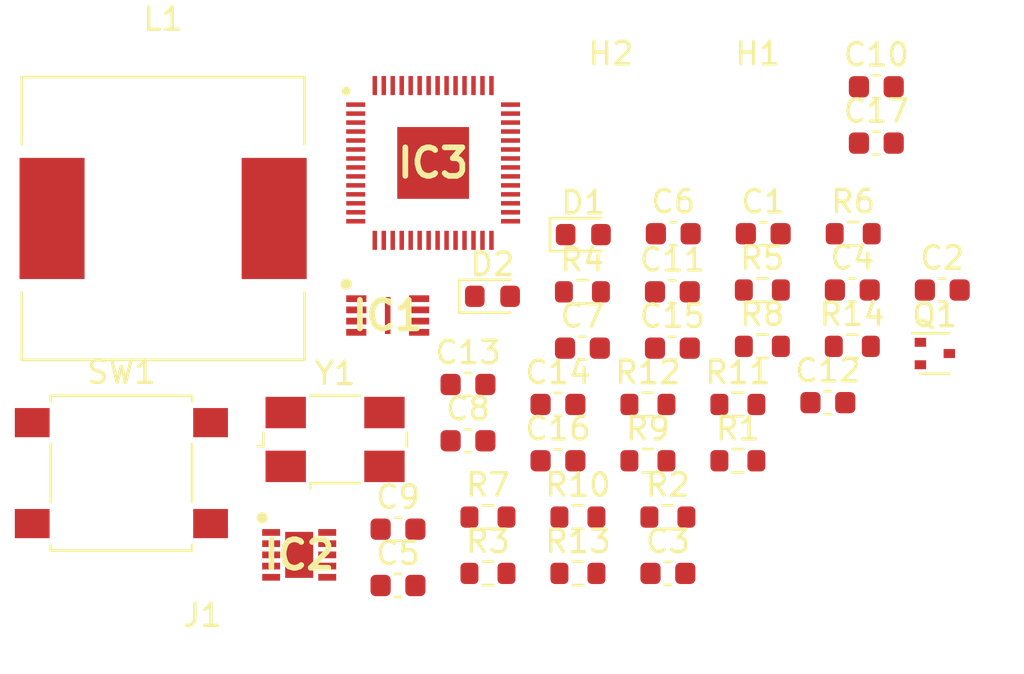
<source format=kicad_pcb>
(kicad_pcb (version 20171130) (host pcbnew "(5.1.10)-1")

  (general
    (thickness 1.6)
    (drawings 0)
    (tracks 0)
    (zones 0)
    (modules 43)
    (nets 61)
  )

  (page A4)
  (layers
    (0 F.Cu signal)
    (31 B.Cu signal)
    (32 B.Adhes user)
    (33 F.Adhes user)
    (34 B.Paste user)
    (35 F.Paste user)
    (36 B.SilkS user)
    (37 F.SilkS user)
    (38 B.Mask user)
    (39 F.Mask user)
    (40 Dwgs.User user)
    (41 Cmts.User user)
    (42 Eco1.User user)
    (43 Eco2.User user)
    (44 Edge.Cuts user)
    (45 Margin user)
    (46 B.CrtYd user)
    (47 F.CrtYd user)
    (48 B.Fab user)
    (49 F.Fab user)
  )

  (setup
    (last_trace_width 0.25)
    (trace_clearance 0.2)
    (zone_clearance 0.508)
    (zone_45_only no)
    (trace_min 0.2)
    (via_size 0.8)
    (via_drill 0.4)
    (via_min_size 0.4)
    (via_min_drill 0.3)
    (uvia_size 0.3)
    (uvia_drill 0.1)
    (uvias_allowed no)
    (uvia_min_size 0.2)
    (uvia_min_drill 0.1)
    (edge_width 0.05)
    (segment_width 0.2)
    (pcb_text_width 0.3)
    (pcb_text_size 1.5 1.5)
    (mod_edge_width 0.12)
    (mod_text_size 1 1)
    (mod_text_width 0.15)
    (pad_size 1.524 1.524)
    (pad_drill 0.762)
    (pad_to_mask_clearance 0)
    (aux_axis_origin 0 0)
    (visible_elements 7FFFFFFF)
    (pcbplotparams
      (layerselection 0x010fc_ffffffff)
      (usegerberextensions false)
      (usegerberattributes true)
      (usegerberadvancedattributes true)
      (creategerberjobfile true)
      (excludeedgelayer true)
      (linewidth 0.100000)
      (plotframeref false)
      (viasonmask false)
      (mode 1)
      (useauxorigin false)
      (hpglpennumber 1)
      (hpglpenspeed 20)
      (hpglpendiameter 15.000000)
      (psnegative false)
      (psa4output false)
      (plotreference true)
      (plotvalue true)
      (plotinvisibletext false)
      (padsonsilk false)
      (subtractmaskfromsilk false)
      (outputformat 1)
      (mirror false)
      (drillshape 1)
      (scaleselection 1)
      (outputdirectory ""))
  )

  (net 0 "")
  (net 1 GND)
  (net 2 "Net-(C1-Pad1)")
  (net 3 VIN)
  (net 4 +3V3)
  (net 5 XIN)
  (net 6 XOUT)
  (net 7 "Net-(C10-Pad2)")
  (net 8 +1V1)
  (net 9 +5V)
  (net 10 "Net-(D2-Pad2)")
  (net 11 "Net-(IC1-Pad9)")
  (net 12 QSPI_SD3)
  (net 13 QSPI_SCLK)
  (net 14 QSPI_SD0)
  (net 15 QSPI_SD2)
  (net 16 QSPI_SD1)
  (net 17 QSPI_SS)
  (net 18 GPIO23)
  (net 19 3V3_EN)
  (net 20 "Net-(IC2-Pad4)")
  (net 21 "Net-(IC2-Pad2)")
  (net 22 QSPI_SCK)
  (net 23 "Net-(IC3-Pad47)")
  (net 24 "Net-(IC3-Pad46)")
  (net 25 GPIO29)
  (net 26 GPIO28)
  (net 27 GPIO27)
  (net 28 GPIO26)
  (net 29 GPIO25)
  (net 30 GPIO24)
  (net 31 GPIO22)
  (net 32 GPIO21)
  (net 33 GPIO20)
  (net 34 GPIO19)
  (net 35 GPIO18)
  (net 36 GPIO17)
  (net 37 GPIO16)
  (net 38 RUN)
  (net 39 SWDIO)
  (net 40 SWCLK)
  (net 41 GPIO15)
  (net 42 GPIO14)
  (net 43 GPIO13)
  (net 44 GPIO12)
  (net 45 GPIO11)
  (net 46 GPIO10)
  (net 47 GPIO9)
  (net 48 GPIO8)
  (net 49 GPIO7)
  (net 50 GPIO6)
  (net 51 GPIO5)
  (net 52 GPIO4)
  (net 53 GPIO3)
  (net 54 GPIO2)
  (net 55 GPIO1)
  (net 56 GPIO0)
  (net 57 "Net-(R8-Pad1)")
  (net 58 USB_D+)
  (net 59 USB_D-)
  (net 60 ADC_VREF)

  (net_class Default "This is the default net class."
    (clearance 0.2)
    (trace_width 0.25)
    (via_dia 0.8)
    (via_drill 0.4)
    (uvia_dia 0.3)
    (uvia_drill 0.1)
    (add_net +1V1)
    (add_net +3V3)
    (add_net +5V)
    (add_net 3V3_EN)
    (add_net ADC_VREF)
    (add_net GND)
    (add_net GPIO0)
    (add_net GPIO1)
    (add_net GPIO10)
    (add_net GPIO11)
    (add_net GPIO12)
    (add_net GPIO13)
    (add_net GPIO14)
    (add_net GPIO15)
    (add_net GPIO16)
    (add_net GPIO17)
    (add_net GPIO18)
    (add_net GPIO19)
    (add_net GPIO2)
    (add_net GPIO20)
    (add_net GPIO21)
    (add_net GPIO22)
    (add_net GPIO23)
    (add_net GPIO24)
    (add_net GPIO25)
    (add_net GPIO26)
    (add_net GPIO27)
    (add_net GPIO28)
    (add_net GPIO29)
    (add_net GPIO3)
    (add_net GPIO4)
    (add_net GPIO5)
    (add_net GPIO6)
    (add_net GPIO7)
    (add_net GPIO8)
    (add_net GPIO9)
    (add_net "Net-(C1-Pad1)")
    (add_net "Net-(C10-Pad2)")
    (add_net "Net-(D2-Pad2)")
    (add_net "Net-(IC1-Pad9)")
    (add_net "Net-(IC2-Pad2)")
    (add_net "Net-(IC2-Pad4)")
    (add_net "Net-(IC3-Pad46)")
    (add_net "Net-(IC3-Pad47)")
    (add_net "Net-(R8-Pad1)")
    (add_net QSPI_SCK)
    (add_net QSPI_SCLK)
    (add_net QSPI_SD0)
    (add_net QSPI_SD1)
    (add_net QSPI_SD2)
    (add_net QSPI_SD3)
    (add_net QSPI_SS)
    (add_net RUN)
    (add_net SWCLK)
    (add_net SWDIO)
    (add_net USB_D+)
    (add_net USB_D-)
    (add_net VIN)
    (add_net XIN)
    (add_net XOUT)
  )

  (module Custom:MySIMM_40 (layer F.Cu) (tedit 618F856E) (tstamp 61921309)
    (at 147 108.5)
    (path /61924C3B)
    (fp_text reference J1 (at -13 3.5) (layer F.SilkS)
      (effects (font (size 1 1) (thickness 0.15)))
    )
    (fp_text value "SIMM-40 Connector" (at 0 -0.5) (layer F.Fab)
      (effects (font (size 1 1) (thickness 0.15)))
    )
    (pad "" smd rect (at 19.5 5.5) (size 0.7 1.3) (layers F.Paste))
    (pad "" smd rect (at 18.5 5.5) (size 0.7 1.3) (layers F.Paste))
    (pad "" smd rect (at 17.5 5.5) (size 0.7 1.3) (layers F.Paste))
    (pad "" smd rect (at 16.5 5.5) (size 0.7 1.3) (layers F.Paste))
    (pad "" smd rect (at 15.5 5.5) (size 0.7 1.3) (layers F.Paste))
    (pad "" smd rect (at 14.5 5.5) (size 0.7 1.3) (layers F.Paste))
    (pad "" smd rect (at 13.5 5.5) (size 0.7 1.3) (layers F.Paste))
    (pad "" smd rect (at 12.5 5.5) (size 0.7 1.3) (layers F.Paste))
    (pad "" smd rect (at 11.5 5.5) (size 0.7 1.3) (layers F.Paste))
    (pad "" smd rect (at 10.5 5.5) (size 0.7 1.3) (layers F.Paste))
    (pad "" smd rect (at 9.5 5.5) (size 0.7 1.3) (layers F.Paste))
    (pad "" smd rect (at 8.5 5.5) (size 0.7 1.3) (layers F.Paste))
    (pad "" smd rect (at 7.5 5.5) (size 0.7 1.3) (layers F.Paste))
    (pad "" smd rect (at 6.5 5.5) (size 0.7 1.3) (layers F.Paste))
    (pad "" smd rect (at 5.5 5.5) (size 0.7 1.3) (layers F.Paste))
    (pad "" smd rect (at 4.5 5.5) (size 0.7 1.3) (layers F.Paste))
    (pad "" smd rect (at 3.5 5.5) (size 0.7 1.3) (layers F.Paste))
    (pad "" smd rect (at 2.5 5.5) (size 0.7 1.3) (layers F.Paste))
    (pad "" smd rect (at 1.5 5.5) (size 0.7 1.3) (layers F.Paste))
    (pad "" smd rect (at 0.5 5.5) (size 0.7 1.3) (layers F.Paste))
    (pad "" smd rect (at -0.5 5.5) (size 0.7 1.3) (layers F.Paste))
    (pad "" smd rect (at -1.5 5.5) (size 0.7 1.3) (layers F.Paste))
    (pad "" smd rect (at -2.5 5.5) (size 0.7 1.3) (layers F.Paste))
    (pad "" smd rect (at -3.5 5.5) (size 0.7 1.3) (layers F.Paste))
    (pad "" smd rect (at -4.5 5.5) (size 0.7 1.3) (layers F.Paste))
    (pad "" smd rect (at -5.5 5.5) (size 0.7 1.3) (layers F.Paste))
    (pad "" smd rect (at -6.5 5.5) (size 0.7 1.3) (layers F.Paste))
    (pad "" smd rect (at -7.5 5.5) (size 0.7 1.3) (layers F.Paste))
    (pad "" smd rect (at -8.5 5.5) (size 0.7 1.3) (layers F.Paste))
    (pad "" smd rect (at -9.5 5.5) (size 0.7 1.3) (layers F.Paste))
    (pad "" smd rect (at -11 5.5) (size 0.7 1.3) (layers F.Paste))
    (pad "" smd rect (at -12 5.5) (size 0.7 1.3) (layers F.Paste))
    (pad "" smd rect (at -13 5.5) (size 0.7 1.3) (layers F.Paste))
    (pad "" smd rect (at -14 5.5) (size 0.7 1.3) (layers F.Paste))
    (pad "" smd rect (at -15 5.5) (size 0.7 1.3) (layers F.Paste))
    (pad "" smd rect (at -16 5.5) (size 0.7 1.3) (layers F.Paste))
    (pad "" smd rect (at -17 5.5) (size 0.7 1.3) (layers F.Paste))
    (pad "" smd rect (at -18 5.5) (size 0.7 1.3) (layers F.Paste))
    (pad "" smd rect (at -19 5.5) (size 0.7 1.3) (layers F.Paste))
    (pad "" smd rect (at -20 5.5) (size 0.7 1.3) (layers F.Paste))
  )

  (module Crystal:Crystal_SMD_0603-4Pin_6.0x3.5mm (layer F.Cu) (tedit 5A0FD1B2) (tstamp 619267BF)
    (at 139.915 104.17)
    (descr "SMD Crystal SERIES SMD0603/4 http://www.petermann-technik.de/fileadmin/petermann/pdf/SMD0603-4.pdf, 6.0x3.5mm^2 package")
    (tags "SMD SMT crystal")
    (path /618F4D9F)
    (attr smd)
    (fp_text reference Y1 (at 0 -2.95) (layer F.SilkS)
      (effects (font (size 1 1) (thickness 0.15)))
    )
    (fp_text value 12MHz (at 0 2.95) (layer F.Fab)
      (effects (font (size 1 1) (thickness 0.15)))
    )
    (fp_circle (center 0 0) (end 0.093333 0) (layer F.Adhes) (width 0.186667))
    (fp_circle (center 0 0) (end 0.213333 0) (layer F.Adhes) (width 0.133333))
    (fp_circle (center 0 0) (end 0.333333 0) (layer F.Adhes) (width 0.133333))
    (fp_circle (center 0 0) (end 0.4 0) (layer F.Adhes) (width 0.1))
    (fp_line (start 3.4 -2.2) (end -3.4 -2.2) (layer F.CrtYd) (width 0.05))
    (fp_line (start 3.4 2.2) (end 3.4 -2.2) (layer F.CrtYd) (width 0.05))
    (fp_line (start -3.4 2.2) (end 3.4 2.2) (layer F.CrtYd) (width 0.05))
    (fp_line (start -3.4 -2.2) (end -3.4 2.2) (layer F.CrtYd) (width 0.05))
    (fp_line (start -1.1 1.95) (end -1.1 2.19) (layer F.SilkS) (width 0.12))
    (fp_line (start 1.1 1.95) (end -1.1 1.95) (layer F.SilkS) (width 0.12))
    (fp_line (start -1.1 -1.95) (end 1.1 -1.95) (layer F.SilkS) (width 0.12))
    (fp_line (start 3.2 -0.3) (end 3.2 0.3) (layer F.SilkS) (width 0.12))
    (fp_line (start -3.2 0.3) (end -3.2 -0.3) (layer F.SilkS) (width 0.12))
    (fp_line (start -3.44 0.3) (end -3.2 0.3) (layer F.SilkS) (width 0.12))
    (fp_line (start -3 0.75) (end -2 1.75) (layer F.Fab) (width 0.1))
    (fp_line (start -3 -1.65) (end -2.9 -1.75) (layer F.Fab) (width 0.1))
    (fp_line (start -3 1.65) (end -3 -1.65) (layer F.Fab) (width 0.1))
    (fp_line (start -2.9 1.75) (end -3 1.65) (layer F.Fab) (width 0.1))
    (fp_line (start 2.9 1.75) (end -2.9 1.75) (layer F.Fab) (width 0.1))
    (fp_line (start 3 1.65) (end 2.9 1.75) (layer F.Fab) (width 0.1))
    (fp_line (start 3 -1.65) (end 3 1.65) (layer F.Fab) (width 0.1))
    (fp_line (start 2.9 -1.75) (end 3 -1.65) (layer F.Fab) (width 0.1))
    (fp_line (start -2.9 -1.75) (end 2.9 -1.75) (layer F.Fab) (width 0.1))
    (fp_text user %R (at 0 0) (layer F.Fab)
      (effects (font (size 1 1) (thickness 0.15)))
    )
    (pad 4 smd rect (at -2.2 -1.2) (size 1.8 1.4) (layers F.Cu F.Paste F.Mask)
      (net 1 GND))
    (pad 3 smd rect (at 2.2 -1.2) (size 1.8 1.4) (layers F.Cu F.Paste F.Mask)
      (net 6 XOUT))
    (pad 2 smd rect (at 2.2 1.2) (size 1.8 1.4) (layers F.Cu F.Paste F.Mask)
      (net 1 GND))
    (pad 1 smd rect (at -2.2 1.2) (size 1.8 1.4) (layers F.Cu F.Paste F.Mask)
      (net 5 XIN))
    (model ${KISYS3DMOD}/Crystal.3dshapes/Crystal_SMD_0603-4Pin_6.0x3.5mm.wrl
      (at (xyz 0 0 0))
      (scale (xyz 1 1 1))
      (rotate (xyz 0 0 0))
    )
  )

  (module Button_Switch_SMD:SW_SPST_B3S-1000 (layer F.Cu) (tedit 5A02FC95) (tstamp 6192679F)
    (at 130.39 105.67)
    (descr "Surface Mount Tactile Switch for High-Density Packaging")
    (tags "Tactile Switch")
    (path /61924CD7)
    (attr smd)
    (fp_text reference SW1 (at 0 -4.5) (layer F.SilkS)
      (effects (font (size 1 1) (thickness 0.15)))
    )
    (fp_text value SW_Push_Dual (at 0 4.5) (layer F.Fab)
      (effects (font (size 1 1) (thickness 0.15)))
    )
    (fp_line (start -3 3.3) (end -3 -3.3) (layer F.Fab) (width 0.1))
    (fp_line (start 3 3.3) (end -3 3.3) (layer F.Fab) (width 0.1))
    (fp_line (start 3 -3.3) (end 3 3.3) (layer F.Fab) (width 0.1))
    (fp_line (start -3 -3.3) (end 3 -3.3) (layer F.Fab) (width 0.1))
    (fp_circle (center 0 0) (end 1.65 0) (layer F.Fab) (width 0.1))
    (fp_line (start 3.15 -1.3) (end 3.15 1.3) (layer F.SilkS) (width 0.12))
    (fp_line (start -3.15 3.45) (end -3.15 3.2) (layer F.SilkS) (width 0.12))
    (fp_line (start 3.15 3.45) (end -3.15 3.45) (layer F.SilkS) (width 0.12))
    (fp_line (start 3.15 3.2) (end 3.15 3.45) (layer F.SilkS) (width 0.12))
    (fp_line (start -3.15 1.3) (end -3.15 -1.3) (layer F.SilkS) (width 0.12))
    (fp_line (start 3.15 -3.45) (end 3.15 -3.2) (layer F.SilkS) (width 0.12))
    (fp_line (start -3.15 -3.45) (end 3.15 -3.45) (layer F.SilkS) (width 0.12))
    (fp_line (start -3.15 -3.2) (end -3.15 -3.45) (layer F.SilkS) (width 0.12))
    (fp_line (start -5 -3.7) (end -5 3.7) (layer F.CrtYd) (width 0.05))
    (fp_line (start 5 -3.7) (end -5 -3.7) (layer F.CrtYd) (width 0.05))
    (fp_line (start 5 3.7) (end 5 -3.7) (layer F.CrtYd) (width 0.05))
    (fp_line (start -5 3.7) (end 5 3.7) (layer F.CrtYd) (width 0.05))
    (fp_text user %R (at 0 -4.5) (layer F.Fab)
      (effects (font (size 1 1) (thickness 0.15)))
    )
    (pad 2 smd rect (at 3.975 2.25) (size 1.55 1.3) (layers F.Cu F.Paste F.Mask)
      (net 57 "Net-(R8-Pad1)"))
    (pad 2 smd rect (at -3.975 2.25) (size 1.55 1.3) (layers F.Cu F.Paste F.Mask)
      (net 57 "Net-(R8-Pad1)"))
    (pad 1 smd rect (at 3.975 -2.25) (size 1.55 1.3) (layers F.Cu F.Paste F.Mask)
      (net 57 "Net-(R8-Pad1)"))
    (pad 1 smd rect (at -3.975 -2.25) (size 1.55 1.3) (layers F.Cu F.Paste F.Mask)
      (net 57 "Net-(R8-Pad1)"))
    (model ${KISYS3DMOD}/Button_Switch_SMD.3dshapes/SW_SPST_B3S-1000.wrl
      (at (xyz 0 0 0))
      (scale (xyz 1 1 1))
      (rotate (xyz 0 0 0))
    )
  )

  (module Resistor_SMD:R_0603_1608Metric (layer F.Cu) (tedit 5F68FEEE) (tstamp 61926785)
    (at 162.97 100.02)
    (descr "Resistor SMD 0603 (1608 Metric), square (rectangular) end terminal, IPC_7351 nominal, (Body size source: IPC-SM-782 page 72, https://www.pcb-3d.com/wordpress/wp-content/uploads/ipc-sm-782a_amendment_1_and_2.pdf), generated with kicad-footprint-generator")
    (tags resistor)
    (path /61910010)
    (attr smd)
    (fp_text reference R14 (at 0 -1.43) (layer F.SilkS)
      (effects (font (size 1 1) (thickness 0.15)))
    )
    (fp_text value 1R (at 0 1.43) (layer F.Fab)
      (effects (font (size 1 1) (thickness 0.15)))
    )
    (fp_line (start 1.48 0.73) (end -1.48 0.73) (layer F.CrtYd) (width 0.05))
    (fp_line (start 1.48 -0.73) (end 1.48 0.73) (layer F.CrtYd) (width 0.05))
    (fp_line (start -1.48 -0.73) (end 1.48 -0.73) (layer F.CrtYd) (width 0.05))
    (fp_line (start -1.48 0.73) (end -1.48 -0.73) (layer F.CrtYd) (width 0.05))
    (fp_line (start -0.237258 0.5225) (end 0.237258 0.5225) (layer F.SilkS) (width 0.12))
    (fp_line (start -0.237258 -0.5225) (end 0.237258 -0.5225) (layer F.SilkS) (width 0.12))
    (fp_line (start 0.8 0.4125) (end -0.8 0.4125) (layer F.Fab) (width 0.1))
    (fp_line (start 0.8 -0.4125) (end 0.8 0.4125) (layer F.Fab) (width 0.1))
    (fp_line (start -0.8 -0.4125) (end 0.8 -0.4125) (layer F.Fab) (width 0.1))
    (fp_line (start -0.8 0.4125) (end -0.8 -0.4125) (layer F.Fab) (width 0.1))
    (fp_text user %R (at 0 0) (layer F.Fab)
      (effects (font (size 0.4 0.4) (thickness 0.06)))
    )
    (pad 2 smd roundrect (at 0.825 0) (size 0.8 0.95) (layers F.Cu F.Paste F.Mask) (roundrect_rratio 0.25)
      (net 1 GND))
    (pad 1 smd roundrect (at -0.825 0) (size 0.8 0.95) (layers F.Cu F.Paste F.Mask) (roundrect_rratio 0.25)
      (net 60 ADC_VREF))
    (model ${KISYS3DMOD}/Resistor_SMD.3dshapes/R_0603_1608Metric.wrl
      (at (xyz 0 0 0))
      (scale (xyz 1 1 1))
      (rotate (xyz 0 0 0))
    )
  )

  (module Resistor_SMD:R_0603_1608Metric (layer F.Cu) (tedit 5F68FEEE) (tstamp 61926774)
    (at 150.74 110.14)
    (descr "Resistor SMD 0603 (1608 Metric), square (rectangular) end terminal, IPC_7351 nominal, (Body size source: IPC-SM-782 page 72, https://www.pcb-3d.com/wordpress/wp-content/uploads/ipc-sm-782a_amendment_1_and_2.pdf), generated with kicad-footprint-generator")
    (tags resistor)
    (path /6190FA72)
    (attr smd)
    (fp_text reference R13 (at 0 -1.43) (layer F.SilkS)
      (effects (font (size 1 1) (thickness 0.15)))
    )
    (fp_text value 200R (at 0 1.43) (layer F.Fab)
      (effects (font (size 1 1) (thickness 0.15)))
    )
    (fp_line (start 1.48 0.73) (end -1.48 0.73) (layer F.CrtYd) (width 0.05))
    (fp_line (start 1.48 -0.73) (end 1.48 0.73) (layer F.CrtYd) (width 0.05))
    (fp_line (start -1.48 -0.73) (end 1.48 -0.73) (layer F.CrtYd) (width 0.05))
    (fp_line (start -1.48 0.73) (end -1.48 -0.73) (layer F.CrtYd) (width 0.05))
    (fp_line (start -0.237258 0.5225) (end 0.237258 0.5225) (layer F.SilkS) (width 0.12))
    (fp_line (start -0.237258 -0.5225) (end 0.237258 -0.5225) (layer F.SilkS) (width 0.12))
    (fp_line (start 0.8 0.4125) (end -0.8 0.4125) (layer F.Fab) (width 0.1))
    (fp_line (start 0.8 -0.4125) (end 0.8 0.4125) (layer F.Fab) (width 0.1))
    (fp_line (start -0.8 -0.4125) (end 0.8 -0.4125) (layer F.Fab) (width 0.1))
    (fp_line (start -0.8 0.4125) (end -0.8 -0.4125) (layer F.Fab) (width 0.1))
    (fp_text user %R (at 0 0) (layer F.Fab)
      (effects (font (size 0.4 0.4) (thickness 0.06)))
    )
    (pad 2 smd roundrect (at 0.825 0) (size 0.8 0.95) (layers F.Cu F.Paste F.Mask) (roundrect_rratio 0.25)
      (net 60 ADC_VREF))
    (pad 1 smd roundrect (at -0.825 0) (size 0.8 0.95) (layers F.Cu F.Paste F.Mask) (roundrect_rratio 0.25)
      (net 4 +3V3))
    (model ${KISYS3DMOD}/Resistor_SMD.3dshapes/R_0603_1608Metric.wrl
      (at (xyz 0 0 0))
      (scale (xyz 1 1 1))
      (rotate (xyz 0 0 0))
    )
  )

  (module Resistor_SMD:R_0603_1608Metric (layer F.Cu) (tedit 5F68FEEE) (tstamp 61926763)
    (at 153.86 102.61)
    (descr "Resistor SMD 0603 (1608 Metric), square (rectangular) end terminal, IPC_7351 nominal, (Body size source: IPC-SM-782 page 72, https://www.pcb-3d.com/wordpress/wp-content/uploads/ipc-sm-782a_amendment_1_and_2.pdf), generated with kicad-footprint-generator")
    (tags resistor)
    (path /61909C0C)
    (attr smd)
    (fp_text reference R12 (at 0 -1.43) (layer F.SilkS)
      (effects (font (size 1 1) (thickness 0.15)))
    )
    (fp_text value 27R (at 0 1.43) (layer F.Fab)
      (effects (font (size 1 1) (thickness 0.15)))
    )
    (fp_line (start 1.48 0.73) (end -1.48 0.73) (layer F.CrtYd) (width 0.05))
    (fp_line (start 1.48 -0.73) (end 1.48 0.73) (layer F.CrtYd) (width 0.05))
    (fp_line (start -1.48 -0.73) (end 1.48 -0.73) (layer F.CrtYd) (width 0.05))
    (fp_line (start -1.48 0.73) (end -1.48 -0.73) (layer F.CrtYd) (width 0.05))
    (fp_line (start -0.237258 0.5225) (end 0.237258 0.5225) (layer F.SilkS) (width 0.12))
    (fp_line (start -0.237258 -0.5225) (end 0.237258 -0.5225) (layer F.SilkS) (width 0.12))
    (fp_line (start 0.8 0.4125) (end -0.8 0.4125) (layer F.Fab) (width 0.1))
    (fp_line (start 0.8 -0.4125) (end 0.8 0.4125) (layer F.Fab) (width 0.1))
    (fp_line (start -0.8 -0.4125) (end 0.8 -0.4125) (layer F.Fab) (width 0.1))
    (fp_line (start -0.8 0.4125) (end -0.8 -0.4125) (layer F.Fab) (width 0.1))
    (fp_text user %R (at 0 0) (layer F.Fab)
      (effects (font (size 0.4 0.4) (thickness 0.06)))
    )
    (pad 2 smd roundrect (at 0.825 0) (size 0.8 0.95) (layers F.Cu F.Paste F.Mask) (roundrect_rratio 0.25)
      (net 24 "Net-(IC3-Pad46)"))
    (pad 1 smd roundrect (at -0.825 0) (size 0.8 0.95) (layers F.Cu F.Paste F.Mask) (roundrect_rratio 0.25)
      (net 59 USB_D-))
    (model ${KISYS3DMOD}/Resistor_SMD.3dshapes/R_0603_1608Metric.wrl
      (at (xyz 0 0 0))
      (scale (xyz 1 1 1))
      (rotate (xyz 0 0 0))
    )
  )

  (module Resistor_SMD:R_0603_1608Metric (layer F.Cu) (tedit 5F68FEEE) (tstamp 61926752)
    (at 157.87 102.61)
    (descr "Resistor SMD 0603 (1608 Metric), square (rectangular) end terminal, IPC_7351 nominal, (Body size source: IPC-SM-782 page 72, https://www.pcb-3d.com/wordpress/wp-content/uploads/ipc-sm-782a_amendment_1_and_2.pdf), generated with kicad-footprint-generator")
    (tags resistor)
    (path /618F2C99)
    (attr smd)
    (fp_text reference R11 (at 0 -1.43) (layer F.SilkS)
      (effects (font (size 1 1) (thickness 0.15)))
    )
    (fp_text value 27R (at 0 1.43) (layer F.Fab)
      (effects (font (size 1 1) (thickness 0.15)))
    )
    (fp_line (start 1.48 0.73) (end -1.48 0.73) (layer F.CrtYd) (width 0.05))
    (fp_line (start 1.48 -0.73) (end 1.48 0.73) (layer F.CrtYd) (width 0.05))
    (fp_line (start -1.48 -0.73) (end 1.48 -0.73) (layer F.CrtYd) (width 0.05))
    (fp_line (start -1.48 0.73) (end -1.48 -0.73) (layer F.CrtYd) (width 0.05))
    (fp_line (start -0.237258 0.5225) (end 0.237258 0.5225) (layer F.SilkS) (width 0.12))
    (fp_line (start -0.237258 -0.5225) (end 0.237258 -0.5225) (layer F.SilkS) (width 0.12))
    (fp_line (start 0.8 0.4125) (end -0.8 0.4125) (layer F.Fab) (width 0.1))
    (fp_line (start 0.8 -0.4125) (end 0.8 0.4125) (layer F.Fab) (width 0.1))
    (fp_line (start -0.8 -0.4125) (end 0.8 -0.4125) (layer F.Fab) (width 0.1))
    (fp_line (start -0.8 0.4125) (end -0.8 -0.4125) (layer F.Fab) (width 0.1))
    (fp_text user %R (at 0 0) (layer F.Fab)
      (effects (font (size 0.4 0.4) (thickness 0.06)))
    )
    (pad 2 smd roundrect (at 0.825 0) (size 0.8 0.95) (layers F.Cu F.Paste F.Mask) (roundrect_rratio 0.25)
      (net 23 "Net-(IC3-Pad47)"))
    (pad 1 smd roundrect (at -0.825 0) (size 0.8 0.95) (layers F.Cu F.Paste F.Mask) (roundrect_rratio 0.25)
      (net 58 USB_D+))
    (model ${KISYS3DMOD}/Resistor_SMD.3dshapes/R_0603_1608Metric.wrl
      (at (xyz 0 0 0))
      (scale (xyz 1 1 1))
      (rotate (xyz 0 0 0))
    )
  )

  (module Resistor_SMD:R_0603_1608Metric (layer F.Cu) (tedit 5F68FEEE) (tstamp 61926741)
    (at 150.74 107.63)
    (descr "Resistor SMD 0603 (1608 Metric), square (rectangular) end terminal, IPC_7351 nominal, (Body size source: IPC-SM-782 page 72, https://www.pcb-3d.com/wordpress/wp-content/uploads/ipc-sm-782a_amendment_1_and_2.pdf), generated with kicad-footprint-generator")
    (tags resistor)
    (path /6199259F)
    (attr smd)
    (fp_text reference R10 (at 0 -1.43) (layer F.SilkS)
      (effects (font (size 1 1) (thickness 0.15)))
    )
    (fp_text value 470E (at 0 1.43) (layer F.Fab)
      (effects (font (size 1 1) (thickness 0.15)))
    )
    (fp_line (start 1.48 0.73) (end -1.48 0.73) (layer F.CrtYd) (width 0.05))
    (fp_line (start 1.48 -0.73) (end 1.48 0.73) (layer F.CrtYd) (width 0.05))
    (fp_line (start -1.48 -0.73) (end 1.48 -0.73) (layer F.CrtYd) (width 0.05))
    (fp_line (start -1.48 0.73) (end -1.48 -0.73) (layer F.CrtYd) (width 0.05))
    (fp_line (start -0.237258 0.5225) (end 0.237258 0.5225) (layer F.SilkS) (width 0.12))
    (fp_line (start -0.237258 -0.5225) (end 0.237258 -0.5225) (layer F.SilkS) (width 0.12))
    (fp_line (start 0.8 0.4125) (end -0.8 0.4125) (layer F.Fab) (width 0.1))
    (fp_line (start 0.8 -0.4125) (end 0.8 0.4125) (layer F.Fab) (width 0.1))
    (fp_line (start -0.8 -0.4125) (end 0.8 -0.4125) (layer F.Fab) (width 0.1))
    (fp_line (start -0.8 0.4125) (end -0.8 -0.4125) (layer F.Fab) (width 0.1))
    (fp_text user %R (at 0 0) (layer F.Fab)
      (effects (font (size 0.4 0.4) (thickness 0.06)))
    )
    (pad 2 smd roundrect (at 0.825 0) (size 0.8 0.95) (layers F.Cu F.Paste F.Mask) (roundrect_rratio 0.25)
      (net 29 GPIO25))
    (pad 1 smd roundrect (at -0.825 0) (size 0.8 0.95) (layers F.Cu F.Paste F.Mask) (roundrect_rratio 0.25)
      (net 10 "Net-(D2-Pad2)"))
    (model ${KISYS3DMOD}/Resistor_SMD.3dshapes/R_0603_1608Metric.wrl
      (at (xyz 0 0 0))
      (scale (xyz 1 1 1))
      (rotate (xyz 0 0 0))
    )
  )

  (module Resistor_SMD:R_0603_1608Metric (layer F.Cu) (tedit 5F68FEEE) (tstamp 61926730)
    (at 153.86 105.12)
    (descr "Resistor SMD 0603 (1608 Metric), square (rectangular) end terminal, IPC_7351 nominal, (Body size source: IPC-SM-782 page 72, https://www.pcb-3d.com/wordpress/wp-content/uploads/ipc-sm-782a_amendment_1_and_2.pdf), generated with kicad-footprint-generator")
    (tags resistor)
    (path /6194E183)
    (attr smd)
    (fp_text reference R9 (at 0 -1.43) (layer F.SilkS)
      (effects (font (size 1 1) (thickness 0.15)))
    )
    (fp_text value 100K (at 0 1.43) (layer F.Fab)
      (effects (font (size 1 1) (thickness 0.15)))
    )
    (fp_line (start 1.48 0.73) (end -1.48 0.73) (layer F.CrtYd) (width 0.05))
    (fp_line (start 1.48 -0.73) (end 1.48 0.73) (layer F.CrtYd) (width 0.05))
    (fp_line (start -1.48 -0.73) (end 1.48 -0.73) (layer F.CrtYd) (width 0.05))
    (fp_line (start -1.48 0.73) (end -1.48 -0.73) (layer F.CrtYd) (width 0.05))
    (fp_line (start -0.237258 0.5225) (end 0.237258 0.5225) (layer F.SilkS) (width 0.12))
    (fp_line (start -0.237258 -0.5225) (end 0.237258 -0.5225) (layer F.SilkS) (width 0.12))
    (fp_line (start 0.8 0.4125) (end -0.8 0.4125) (layer F.Fab) (width 0.1))
    (fp_line (start 0.8 -0.4125) (end 0.8 0.4125) (layer F.Fab) (width 0.1))
    (fp_line (start -0.8 -0.4125) (end 0.8 -0.4125) (layer F.Fab) (width 0.1))
    (fp_line (start -0.8 0.4125) (end -0.8 -0.4125) (layer F.Fab) (width 0.1))
    (fp_text user %R (at 0 0) (layer F.Fab)
      (effects (font (size 0.4 0.4) (thickness 0.06)))
    )
    (pad 2 smd roundrect (at 0.825 0) (size 0.8 0.95) (layers F.Cu F.Paste F.Mask) (roundrect_rratio 0.25)
      (net 1 GND))
    (pad 1 smd roundrect (at -0.825 0) (size 0.8 0.95) (layers F.Cu F.Paste F.Mask) (roundrect_rratio 0.25)
      (net 18 GPIO23))
    (model ${KISYS3DMOD}/Resistor_SMD.3dshapes/R_0603_1608Metric.wrl
      (at (xyz 0 0 0))
      (scale (xyz 1 1 1))
      (rotate (xyz 0 0 0))
    )
  )

  (module Resistor_SMD:R_0603_1608Metric (layer F.Cu) (tedit 5F68FEEE) (tstamp 6192671F)
    (at 158.96 100.02)
    (descr "Resistor SMD 0603 (1608 Metric), square (rectangular) end terminal, IPC_7351 nominal, (Body size source: IPC-SM-782 page 72, https://www.pcb-3d.com/wordpress/wp-content/uploads/ipc-sm-782a_amendment_1_and_2.pdf), generated with kicad-footprint-generator")
    (tags resistor)
    (path /61942ACD)
    (attr smd)
    (fp_text reference R8 (at 0 -1.43) (layer F.SilkS)
      (effects (font (size 1 1) (thickness 0.15)))
    )
    (fp_text value 1K (at 0 1.43) (layer F.Fab)
      (effects (font (size 1 1) (thickness 0.15)))
    )
    (fp_line (start 1.48 0.73) (end -1.48 0.73) (layer F.CrtYd) (width 0.05))
    (fp_line (start 1.48 -0.73) (end 1.48 0.73) (layer F.CrtYd) (width 0.05))
    (fp_line (start -1.48 -0.73) (end 1.48 -0.73) (layer F.CrtYd) (width 0.05))
    (fp_line (start -1.48 0.73) (end -1.48 -0.73) (layer F.CrtYd) (width 0.05))
    (fp_line (start -0.237258 0.5225) (end 0.237258 0.5225) (layer F.SilkS) (width 0.12))
    (fp_line (start -0.237258 -0.5225) (end 0.237258 -0.5225) (layer F.SilkS) (width 0.12))
    (fp_line (start 0.8 0.4125) (end -0.8 0.4125) (layer F.Fab) (width 0.1))
    (fp_line (start 0.8 -0.4125) (end 0.8 0.4125) (layer F.Fab) (width 0.1))
    (fp_line (start -0.8 -0.4125) (end 0.8 -0.4125) (layer F.Fab) (width 0.1))
    (fp_line (start -0.8 0.4125) (end -0.8 -0.4125) (layer F.Fab) (width 0.1))
    (fp_text user %R (at 0 0) (layer F.Fab)
      (effects (font (size 0.4 0.4) (thickness 0.06)))
    )
    (pad 2 smd roundrect (at 0.825 0) (size 0.8 0.95) (layers F.Cu F.Paste F.Mask) (roundrect_rratio 0.25)
      (net 17 QSPI_SS))
    (pad 1 smd roundrect (at -0.825 0) (size 0.8 0.95) (layers F.Cu F.Paste F.Mask) (roundrect_rratio 0.25)
      (net 57 "Net-(R8-Pad1)"))
    (model ${KISYS3DMOD}/Resistor_SMD.3dshapes/R_0603_1608Metric.wrl
      (at (xyz 0 0 0))
      (scale (xyz 1 1 1))
      (rotate (xyz 0 0 0))
    )
  )

  (module Resistor_SMD:R_0603_1608Metric (layer F.Cu) (tedit 5F68FEEE) (tstamp 6192670E)
    (at 146.73 107.63)
    (descr "Resistor SMD 0603 (1608 Metric), square (rectangular) end terminal, IPC_7351 nominal, (Body size source: IPC-SM-782 page 72, https://www.pcb-3d.com/wordpress/wp-content/uploads/ipc-sm-782a_amendment_1_and_2.pdf), generated with kicad-footprint-generator")
    (tags resistor)
    (path /61967495)
    (attr smd)
    (fp_text reference R7 (at 0 -1.43) (layer F.SilkS)
      (effects (font (size 1 1) (thickness 0.15)))
    )
    (fp_text value DNL (at 0 1.43) (layer F.Fab)
      (effects (font (size 1 1) (thickness 0.15)))
    )
    (fp_line (start 1.48 0.73) (end -1.48 0.73) (layer F.CrtYd) (width 0.05))
    (fp_line (start 1.48 -0.73) (end 1.48 0.73) (layer F.CrtYd) (width 0.05))
    (fp_line (start -1.48 -0.73) (end 1.48 -0.73) (layer F.CrtYd) (width 0.05))
    (fp_line (start -1.48 0.73) (end -1.48 -0.73) (layer F.CrtYd) (width 0.05))
    (fp_line (start -0.237258 0.5225) (end 0.237258 0.5225) (layer F.SilkS) (width 0.12))
    (fp_line (start -0.237258 -0.5225) (end 0.237258 -0.5225) (layer F.SilkS) (width 0.12))
    (fp_line (start 0.8 0.4125) (end -0.8 0.4125) (layer F.Fab) (width 0.1))
    (fp_line (start 0.8 -0.4125) (end 0.8 0.4125) (layer F.Fab) (width 0.1))
    (fp_line (start -0.8 -0.4125) (end 0.8 -0.4125) (layer F.Fab) (width 0.1))
    (fp_line (start -0.8 0.4125) (end -0.8 -0.4125) (layer F.Fab) (width 0.1))
    (fp_text user %R (at 0 0) (layer F.Fab)
      (effects (font (size 0.4 0.4) (thickness 0.06)))
    )
    (pad 2 smd roundrect (at 0.825 0) (size 0.8 0.95) (layers F.Cu F.Paste F.Mask) (roundrect_rratio 0.25)
      (net 5 XIN))
    (pad 1 smd roundrect (at -0.825 0) (size 0.8 0.95) (layers F.Cu F.Paste F.Mask) (roundrect_rratio 0.25)
      (net 6 XOUT))
    (model ${KISYS3DMOD}/Resistor_SMD.3dshapes/R_0603_1608Metric.wrl
      (at (xyz 0 0 0))
      (scale (xyz 1 1 1))
      (rotate (xyz 0 0 0))
    )
  )

  (module Resistor_SMD:R_0603_1608Metric (layer F.Cu) (tedit 5F68FEEE) (tstamp 619266FD)
    (at 163.01 95)
    (descr "Resistor SMD 0603 (1608 Metric), square (rectangular) end terminal, IPC_7351 nominal, (Body size source: IPC-SM-782 page 72, https://www.pcb-3d.com/wordpress/wp-content/uploads/ipc-sm-782a_amendment_1_and_2.pdf), generated with kicad-footprint-generator")
    (tags resistor)
    (path /6194C180)
    (attr smd)
    (fp_text reference R6 (at 0 -1.43) (layer F.SilkS)
      (effects (font (size 1 1) (thickness 0.15)))
    )
    (fp_text value 100K (at 0 1.43) (layer F.Fab)
      (effects (font (size 1 1) (thickness 0.15)))
    )
    (fp_line (start 1.48 0.73) (end -1.48 0.73) (layer F.CrtYd) (width 0.05))
    (fp_line (start 1.48 -0.73) (end 1.48 0.73) (layer F.CrtYd) (width 0.05))
    (fp_line (start -1.48 -0.73) (end 1.48 -0.73) (layer F.CrtYd) (width 0.05))
    (fp_line (start -1.48 0.73) (end -1.48 -0.73) (layer F.CrtYd) (width 0.05))
    (fp_line (start -0.237258 0.5225) (end 0.237258 0.5225) (layer F.SilkS) (width 0.12))
    (fp_line (start -0.237258 -0.5225) (end 0.237258 -0.5225) (layer F.SilkS) (width 0.12))
    (fp_line (start 0.8 0.4125) (end -0.8 0.4125) (layer F.Fab) (width 0.1))
    (fp_line (start 0.8 -0.4125) (end 0.8 0.4125) (layer F.Fab) (width 0.1))
    (fp_line (start -0.8 -0.4125) (end 0.8 -0.4125) (layer F.Fab) (width 0.1))
    (fp_line (start -0.8 0.4125) (end -0.8 -0.4125) (layer F.Fab) (width 0.1))
    (fp_text user %R (at 0 0) (layer F.Fab)
      (effects (font (size 0.4 0.4) (thickness 0.06)))
    )
    (pad 2 smd roundrect (at 0.825 0) (size 0.8 0.95) (layers F.Cu F.Paste F.Mask) (roundrect_rratio 0.25)
      (net 19 3V3_EN))
    (pad 1 smd roundrect (at -0.825 0) (size 0.8 0.95) (layers F.Cu F.Paste F.Mask) (roundrect_rratio 0.25)
      (net 3 VIN))
    (model ${KISYS3DMOD}/Resistor_SMD.3dshapes/R_0603_1608Metric.wrl
      (at (xyz 0 0 0))
      (scale (xyz 1 1 1))
      (rotate (xyz 0 0 0))
    )
  )

  (module Resistor_SMD:R_0603_1608Metric (layer F.Cu) (tedit 5F68FEEE) (tstamp 619266EC)
    (at 158.96 97.51)
    (descr "Resistor SMD 0603 (1608 Metric), square (rectangular) end terminal, IPC_7351 nominal, (Body size source: IPC-SM-782 page 72, https://www.pcb-3d.com/wordpress/wp-content/uploads/ipc-sm-782a_amendment_1_and_2.pdf), generated with kicad-footprint-generator")
    (tags resistor)
    (path /6195047B)
    (attr smd)
    (fp_text reference R5 (at 0 -1.43) (layer F.SilkS)
      (effects (font (size 1 1) (thickness 0.15)))
    )
    (fp_text value 100K (at 0 1.43) (layer F.Fab)
      (effects (font (size 1 1) (thickness 0.15)))
    )
    (fp_line (start 1.48 0.73) (end -1.48 0.73) (layer F.CrtYd) (width 0.05))
    (fp_line (start 1.48 -0.73) (end 1.48 0.73) (layer F.CrtYd) (width 0.05))
    (fp_line (start -1.48 -0.73) (end 1.48 -0.73) (layer F.CrtYd) (width 0.05))
    (fp_line (start -1.48 0.73) (end -1.48 -0.73) (layer F.CrtYd) (width 0.05))
    (fp_line (start -0.237258 0.5225) (end 0.237258 0.5225) (layer F.SilkS) (width 0.12))
    (fp_line (start -0.237258 -0.5225) (end 0.237258 -0.5225) (layer F.SilkS) (width 0.12))
    (fp_line (start 0.8 0.4125) (end -0.8 0.4125) (layer F.Fab) (width 0.1))
    (fp_line (start 0.8 -0.4125) (end 0.8 0.4125) (layer F.Fab) (width 0.1))
    (fp_line (start -0.8 -0.4125) (end 0.8 -0.4125) (layer F.Fab) (width 0.1))
    (fp_line (start -0.8 0.4125) (end -0.8 -0.4125) (layer F.Fab) (width 0.1))
    (fp_text user %R (at 0 0) (layer F.Fab)
      (effects (font (size 0.4 0.4) (thickness 0.06)))
    )
    (pad 2 smd roundrect (at 0.825 0) (size 0.8 0.95) (layers F.Cu F.Paste F.Mask) (roundrect_rratio 0.25)
      (net 1 GND))
    (pad 1 smd roundrect (at -0.825 0) (size 0.8 0.95) (layers F.Cu F.Paste F.Mask) (roundrect_rratio 0.25)
      (net 2 "Net-(C1-Pad1)"))
    (model ${KISYS3DMOD}/Resistor_SMD.3dshapes/R_0603_1608Metric.wrl
      (at (xyz 0 0 0))
      (scale (xyz 1 1 1))
      (rotate (xyz 0 0 0))
    )
  )

  (module Resistor_SMD:R_0603_1608Metric (layer F.Cu) (tedit 5F68FEEE) (tstamp 619266DB)
    (at 150.94 97.59)
    (descr "Resistor SMD 0603 (1608 Metric), square (rectangular) end terminal, IPC_7351 nominal, (Body size source: IPC-SM-782 page 72, https://www.pcb-3d.com/wordpress/wp-content/uploads/ipc-sm-782a_amendment_1_and_2.pdf), generated with kicad-footprint-generator")
    (tags resistor)
    (path /6194FA03)
    (attr smd)
    (fp_text reference R4 (at 0 -1.43) (layer F.SilkS)
      (effects (font (size 1 1) (thickness 0.15)))
    )
    (fp_text value 200K (at 0 1.43) (layer F.Fab)
      (effects (font (size 1 1) (thickness 0.15)))
    )
    (fp_line (start 1.48 0.73) (end -1.48 0.73) (layer F.CrtYd) (width 0.05))
    (fp_line (start 1.48 -0.73) (end 1.48 0.73) (layer F.CrtYd) (width 0.05))
    (fp_line (start -1.48 -0.73) (end 1.48 -0.73) (layer F.CrtYd) (width 0.05))
    (fp_line (start -1.48 0.73) (end -1.48 -0.73) (layer F.CrtYd) (width 0.05))
    (fp_line (start -0.237258 0.5225) (end 0.237258 0.5225) (layer F.SilkS) (width 0.12))
    (fp_line (start -0.237258 -0.5225) (end 0.237258 -0.5225) (layer F.SilkS) (width 0.12))
    (fp_line (start 0.8 0.4125) (end -0.8 0.4125) (layer F.Fab) (width 0.1))
    (fp_line (start 0.8 -0.4125) (end 0.8 0.4125) (layer F.Fab) (width 0.1))
    (fp_line (start -0.8 -0.4125) (end 0.8 -0.4125) (layer F.Fab) (width 0.1))
    (fp_line (start -0.8 0.4125) (end -0.8 -0.4125) (layer F.Fab) (width 0.1))
    (fp_text user %R (at 0 0) (layer F.Fab)
      (effects (font (size 0.4 0.4) (thickness 0.06)))
    )
    (pad 2 smd roundrect (at 0.825 0) (size 0.8 0.95) (layers F.Cu F.Paste F.Mask) (roundrect_rratio 0.25)
      (net 2 "Net-(C1-Pad1)"))
    (pad 1 smd roundrect (at -0.825 0) (size 0.8 0.95) (layers F.Cu F.Paste F.Mask) (roundrect_rratio 0.25)
      (net 3 VIN))
    (model ${KISYS3DMOD}/Resistor_SMD.3dshapes/R_0603_1608Metric.wrl
      (at (xyz 0 0 0))
      (scale (xyz 1 1 1))
      (rotate (xyz 0 0 0))
    )
  )

  (module Resistor_SMD:R_0603_1608Metric (layer F.Cu) (tedit 5F68FEEE) (tstamp 619266CA)
    (at 146.73 110.14)
    (descr "Resistor SMD 0603 (1608 Metric), square (rectangular) end terminal, IPC_7351 nominal, (Body size source: IPC-SM-782 page 72, https://www.pcb-3d.com/wordpress/wp-content/uploads/ipc-sm-782a_amendment_1_and_2.pdf), generated with kicad-footprint-generator")
    (tags resistor)
    (path /61941267)
    (attr smd)
    (fp_text reference R3 (at 0 -1.43) (layer F.SilkS)
      (effects (font (size 1 1) (thickness 0.15)))
    )
    (fp_text value DNL (at 0 1.43) (layer F.Fab)
      (effects (font (size 1 1) (thickness 0.15)))
    )
    (fp_line (start 1.48 0.73) (end -1.48 0.73) (layer F.CrtYd) (width 0.05))
    (fp_line (start 1.48 -0.73) (end 1.48 0.73) (layer F.CrtYd) (width 0.05))
    (fp_line (start -1.48 -0.73) (end 1.48 -0.73) (layer F.CrtYd) (width 0.05))
    (fp_line (start -1.48 0.73) (end -1.48 -0.73) (layer F.CrtYd) (width 0.05))
    (fp_line (start -0.237258 0.5225) (end 0.237258 0.5225) (layer F.SilkS) (width 0.12))
    (fp_line (start -0.237258 -0.5225) (end 0.237258 -0.5225) (layer F.SilkS) (width 0.12))
    (fp_line (start 0.8 0.4125) (end -0.8 0.4125) (layer F.Fab) (width 0.1))
    (fp_line (start 0.8 -0.4125) (end 0.8 0.4125) (layer F.Fab) (width 0.1))
    (fp_line (start -0.8 -0.4125) (end 0.8 -0.4125) (layer F.Fab) (width 0.1))
    (fp_line (start -0.8 0.4125) (end -0.8 -0.4125) (layer F.Fab) (width 0.1))
    (fp_text user %R (at 0 0) (layer F.Fab)
      (effects (font (size 0.4 0.4) (thickness 0.06)))
    )
    (pad 2 smd roundrect (at 0.825 0) (size 0.8 0.95) (layers F.Cu F.Paste F.Mask) (roundrect_rratio 0.25)
      (net 4 +3V3))
    (pad 1 smd roundrect (at -0.825 0) (size 0.8 0.95) (layers F.Cu F.Paste F.Mask) (roundrect_rratio 0.25)
      (net 17 QSPI_SS))
    (model ${KISYS3DMOD}/Resistor_SMD.3dshapes/R_0603_1608Metric.wrl
      (at (xyz 0 0 0))
      (scale (xyz 1 1 1))
      (rotate (xyz 0 0 0))
    )
  )

  (module Resistor_SMD:R_0603_1608Metric (layer F.Cu) (tedit 5F68FEEE) (tstamp 619266B9)
    (at 154.75 107.63)
    (descr "Resistor SMD 0603 (1608 Metric), square (rectangular) end terminal, IPC_7351 nominal, (Body size source: IPC-SM-782 page 72, https://www.pcb-3d.com/wordpress/wp-content/uploads/ipc-sm-782a_amendment_1_and_2.pdf), generated with kicad-footprint-generator")
    (tags resistor)
    (path /61949B85)
    (attr smd)
    (fp_text reference R2 (at 0 -1.43) (layer F.SilkS)
      (effects (font (size 1 1) (thickness 0.15)))
    )
    (fp_text value 10K (at 0 1.43) (layer F.Fab)
      (effects (font (size 1 1) (thickness 0.15)))
    )
    (fp_line (start 1.48 0.73) (end -1.48 0.73) (layer F.CrtYd) (width 0.05))
    (fp_line (start 1.48 -0.73) (end 1.48 0.73) (layer F.CrtYd) (width 0.05))
    (fp_line (start -1.48 -0.73) (end 1.48 -0.73) (layer F.CrtYd) (width 0.05))
    (fp_line (start -1.48 0.73) (end -1.48 -0.73) (layer F.CrtYd) (width 0.05))
    (fp_line (start -0.237258 0.5225) (end 0.237258 0.5225) (layer F.SilkS) (width 0.12))
    (fp_line (start -0.237258 -0.5225) (end 0.237258 -0.5225) (layer F.SilkS) (width 0.12))
    (fp_line (start 0.8 0.4125) (end -0.8 0.4125) (layer F.Fab) (width 0.1))
    (fp_line (start 0.8 -0.4125) (end 0.8 0.4125) (layer F.Fab) (width 0.1))
    (fp_line (start -0.8 -0.4125) (end 0.8 -0.4125) (layer F.Fab) (width 0.1))
    (fp_line (start -0.8 0.4125) (end -0.8 -0.4125) (layer F.Fab) (width 0.1))
    (fp_text user %R (at 0 0) (layer F.Fab)
      (effects (font (size 0.4 0.4) (thickness 0.06)))
    )
    (pad 2 smd roundrect (at 0.825 0) (size 0.8 0.95) (layers F.Cu F.Paste F.Mask) (roundrect_rratio 0.25)
      (net 1 GND))
    (pad 1 smd roundrect (at -0.825 0) (size 0.8 0.95) (layers F.Cu F.Paste F.Mask) (roundrect_rratio 0.25)
      (net 30 GPIO24))
    (model ${KISYS3DMOD}/Resistor_SMD.3dshapes/R_0603_1608Metric.wrl
      (at (xyz 0 0 0))
      (scale (xyz 1 1 1))
      (rotate (xyz 0 0 0))
    )
  )

  (module Resistor_SMD:R_0603_1608Metric (layer F.Cu) (tedit 5F68FEEE) (tstamp 619266A8)
    (at 157.87 105.12)
    (descr "Resistor SMD 0603 (1608 Metric), square (rectangular) end terminal, IPC_7351 nominal, (Body size source: IPC-SM-782 page 72, https://www.pcb-3d.com/wordpress/wp-content/uploads/ipc-sm-782a_amendment_1_and_2.pdf), generated with kicad-footprint-generator")
    (tags resistor)
    (path /61949832)
    (attr smd)
    (fp_text reference R1 (at 0 -1.43) (layer F.SilkS)
      (effects (font (size 1 1) (thickness 0.15)))
    )
    (fp_text value 5K8 (at 0 1.43) (layer F.Fab)
      (effects (font (size 1 1) (thickness 0.15)))
    )
    (fp_line (start 1.48 0.73) (end -1.48 0.73) (layer F.CrtYd) (width 0.05))
    (fp_line (start 1.48 -0.73) (end 1.48 0.73) (layer F.CrtYd) (width 0.05))
    (fp_line (start -1.48 -0.73) (end 1.48 -0.73) (layer F.CrtYd) (width 0.05))
    (fp_line (start -1.48 0.73) (end -1.48 -0.73) (layer F.CrtYd) (width 0.05))
    (fp_line (start -0.237258 0.5225) (end 0.237258 0.5225) (layer F.SilkS) (width 0.12))
    (fp_line (start -0.237258 -0.5225) (end 0.237258 -0.5225) (layer F.SilkS) (width 0.12))
    (fp_line (start 0.8 0.4125) (end -0.8 0.4125) (layer F.Fab) (width 0.1))
    (fp_line (start 0.8 -0.4125) (end 0.8 0.4125) (layer F.Fab) (width 0.1))
    (fp_line (start -0.8 -0.4125) (end 0.8 -0.4125) (layer F.Fab) (width 0.1))
    (fp_line (start -0.8 0.4125) (end -0.8 -0.4125) (layer F.Fab) (width 0.1))
    (fp_text user %R (at 0 0) (layer F.Fab)
      (effects (font (size 0.4 0.4) (thickness 0.06)))
    )
    (pad 2 smd roundrect (at 0.825 0) (size 0.8 0.95) (layers F.Cu F.Paste F.Mask) (roundrect_rratio 0.25)
      (net 30 GPIO24))
    (pad 1 smd roundrect (at -0.825 0) (size 0.8 0.95) (layers F.Cu F.Paste F.Mask) (roundrect_rratio 0.25)
      (net 9 +5V))
    (model ${KISYS3DMOD}/Resistor_SMD.3dshapes/R_0603_1608Metric.wrl
      (at (xyz 0 0 0))
      (scale (xyz 1 1 1))
      (rotate (xyz 0 0 0))
    )
  )

  (module Package_TO_SOT_SMD:SOT-523 (layer F.Cu) (tedit 5E27725A) (tstamp 61926697)
    (at 166.65 100.34)
    (descr "SOT523, https://www.diodes.com/assets/Package-Files/SOT523.pdf")
    (tags SOT-523)
    (path /618E8CCC)
    (attr smd)
    (fp_text reference Q1 (at 0 -1.7) (layer F.SilkS)
      (effects (font (size 1 1) (thickness 0.15)))
    )
    (fp_text value DMG1012T (at 0 1.75) (layer F.Fab)
      (effects (font (size 1 1) (thickness 0.15)))
    )
    (fp_line (start -0.4 -0.45) (end -0.05 -0.8) (layer F.Fab) (width 0.1))
    (fp_line (start -1 -0.9) (end 0.65 -0.9) (layer F.SilkS) (width 0.12))
    (fp_line (start 0.65 0.9) (end -0.65 0.9) (layer F.SilkS) (width 0.12))
    (fp_line (start 0.4 0.8) (end 0.4 -0.8) (layer F.Fab) (width 0.1))
    (fp_line (start 0.4 -0.8) (end -0.05 -0.8) (layer F.Fab) (width 0.1))
    (fp_line (start -0.4 -0.45) (end -0.4 0.8) (layer F.Fab) (width 0.1))
    (fp_line (start -0.4 0.8) (end 0.4 0.8) (layer F.Fab) (width 0.1))
    (fp_line (start -1.15 -1.05) (end 1.15 -1.05) (layer F.CrtYd) (width 0.05))
    (fp_line (start -1.15 -1.05) (end -1.15 1.05) (layer F.CrtYd) (width 0.05))
    (fp_line (start 1.15 1.05) (end 1.15 -1.05) (layer F.CrtYd) (width 0.05))
    (fp_line (start 1.15 1.05) (end -1.15 1.05) (layer F.CrtYd) (width 0.05))
    (fp_text user %R (at 0 0 270) (layer F.Fab)
      (effects (font (size 0.4 0.4) (thickness 0.0625)))
    )
    (pad 2 smd rect (at -0.645 0.5 180) (size 0.51 0.4) (layers F.Cu F.Paste F.Mask)
      (net 25 GPIO29))
    (pad 3 smd rect (at 0.645 0 180) (size 0.51 0.4) (layers F.Cu F.Paste F.Mask)
      (net 2 "Net-(C1-Pad1)"))
    (pad 1 smd rect (at -0.645 -0.5 180) (size 0.51 0.4) (layers F.Cu F.Paste F.Mask)
      (net 4 +3V3))
    (model ${KISYS3DMOD}/Package_TO_SOT_SMD.3dshapes/SOT-523.wrl
      (at (xyz 0 0 0))
      (scale (xyz 1 1 1))
      (rotate (xyz 0 0 0))
    )
  )

  (module Inductor_SMD:L_12x12mm_H4.5mm (layer F.Cu) (tedit 5990349B) (tstamp 61926684)
    (at 132.25 94.32)
    (descr "Choke, SMD, 12x12mm 4.5mm height")
    (tags "Choke SMD")
    (path /6194EEDD)
    (attr smd)
    (fp_text reference L1 (at 0 -8.89) (layer F.SilkS)
      (effects (font (size 1 1) (thickness 0.15)))
    )
    (fp_text value 2u2 (at 0 8.89) (layer F.Fab)
      (effects (font (size 1 1) (thickness 0.15)))
    )
    (fp_circle (center -2.1 3) (end -1.8 3.25) (layer F.Fab) (width 0.1))
    (fp_circle (center 0 0) (end 0.15 0.15) (layer F.Adhes) (width 0.38))
    (fp_circle (center 0 0) (end 0.55 0) (layer F.Adhes) (width 0.38))
    (fp_circle (center 0 0) (end 0.9 0) (layer F.Adhes) (width 0.38))
    (fp_line (start 6.2 -6.2) (end 6.2 -3.3) (layer F.Fab) (width 0.1))
    (fp_line (start -6.2 -6.2) (end -6.2 -3.3) (layer F.Fab) (width 0.1))
    (fp_line (start 6.2 -6.2) (end -6.2 -6.2) (layer F.Fab) (width 0.1))
    (fp_line (start 6.2 6.2) (end 6.2 3.3) (layer F.Fab) (width 0.1))
    (fp_line (start -6.2 6.2) (end 6.2 6.2) (layer F.Fab) (width 0.1))
    (fp_line (start -6.2 3.3) (end -6.2 6.2) (layer F.Fab) (width 0.1))
    (fp_line (start -5 -3.5) (end -4.8 -3.2) (layer F.Fab) (width 0.1))
    (fp_line (start -5.1 -4) (end -5 -3.5) (layer F.Fab) (width 0.1))
    (fp_line (start -4.9 -4.5) (end -5.1 -4) (layer F.Fab) (width 0.1))
    (fp_line (start -4.6 -4.8) (end -4.9 -4.5) (layer F.Fab) (width 0.1))
    (fp_line (start -4.2 -5) (end -4.6 -4.8) (layer F.Fab) (width 0.1))
    (fp_line (start -3.7 -5.1) (end -4.2 -5) (layer F.Fab) (width 0.1))
    (fp_line (start -3.3 -4.9) (end -3.7 -5.1) (layer F.Fab) (width 0.1))
    (fp_line (start -3 -4.7) (end -3.3 -4.9) (layer F.Fab) (width 0.1))
    (fp_line (start -2.6 -4.9) (end -3 -4.7) (layer F.Fab) (width 0.1))
    (fp_line (start -1.7 -5.3) (end -2.6 -4.9) (layer F.Fab) (width 0.1))
    (fp_line (start -0.8 -5.5) (end -1.7 -5.3) (layer F.Fab) (width 0.1))
    (fp_line (start 0 -5.6) (end -0.8 -5.5) (layer F.Fab) (width 0.1))
    (fp_line (start 0.9 -5.5) (end 0 -5.6) (layer F.Fab) (width 0.1))
    (fp_line (start 1.7 -5.3) (end 0.9 -5.5) (layer F.Fab) (width 0.1))
    (fp_line (start 2.2 -5.1) (end 1.7 -5.3) (layer F.Fab) (width 0.1))
    (fp_line (start 2.6 -4.9) (end 2.2 -5.1) (layer F.Fab) (width 0.1))
    (fp_line (start 3 -4.6) (end 2.6 -4.9) (layer F.Fab) (width 0.1))
    (fp_line (start 3.3 -4.9) (end 3 -4.6) (layer F.Fab) (width 0.1))
    (fp_line (start 3.6 -5) (end 3.3 -4.9) (layer F.Fab) (width 0.1))
    (fp_line (start 3.9 -5.1) (end 3.6 -5) (layer F.Fab) (width 0.1))
    (fp_line (start 4.2 -5.1) (end 3.9 -5.1) (layer F.Fab) (width 0.1))
    (fp_line (start 4.5 -4.9) (end 4.2 -5.1) (layer F.Fab) (width 0.1))
    (fp_line (start 4.8 -4.7) (end 4.5 -4.9) (layer F.Fab) (width 0.1))
    (fp_line (start 5 -4.3) (end 4.8 -4.7) (layer F.Fab) (width 0.1))
    (fp_line (start 5.1 -4) (end 5 -4.3) (layer F.Fab) (width 0.1))
    (fp_line (start 5 -3.6) (end 5.1 -4) (layer F.Fab) (width 0.1))
    (fp_line (start 4.9 -3.3) (end 5 -3.6) (layer F.Fab) (width 0.1))
    (fp_line (start -5 3.6) (end -4.8 3.2) (layer F.Fab) (width 0.1))
    (fp_line (start -5.1 4.1) (end -5 3.6) (layer F.Fab) (width 0.1))
    (fp_line (start -4.9 4.6) (end -5.1 4.1) (layer F.Fab) (width 0.1))
    (fp_line (start -4.6 4.8) (end -4.9 4.6) (layer F.Fab) (width 0.1))
    (fp_line (start -4.3 5) (end -4.6 4.8) (layer F.Fab) (width 0.1))
    (fp_line (start -3.9 5.1) (end -4.3 5) (layer F.Fab) (width 0.1))
    (fp_line (start -3.3 4.9) (end -3.9 5.1) (layer F.Fab) (width 0.1))
    (fp_line (start -3 4.7) (end -3.3 4.9) (layer F.Fab) (width 0.1))
    (fp_line (start -2.6 4.9) (end -3 4.7) (layer F.Fab) (width 0.1))
    (fp_line (start -2.1 5.1) (end -2.6 4.9) (layer F.Fab) (width 0.1))
    (fp_line (start -1.5 5.3) (end -2.1 5.1) (layer F.Fab) (width 0.1))
    (fp_line (start -0.6 5.5) (end -1.5 5.3) (layer F.Fab) (width 0.1))
    (fp_line (start 0.6 5.5) (end -0.6 5.5) (layer F.Fab) (width 0.1))
    (fp_line (start 1.6 5.3) (end 0.6 5.5) (layer F.Fab) (width 0.1))
    (fp_line (start 2.4 5) (end 1.6 5.3) (layer F.Fab) (width 0.1))
    (fp_line (start 3 4.6) (end 2.4 5) (layer F.Fab) (width 0.1))
    (fp_line (start 3.1 4.7) (end 3 4.6) (layer F.Fab) (width 0.1))
    (fp_line (start 3.5 5) (end 3.1 4.7) (layer F.Fab) (width 0.1))
    (fp_line (start 4 5.1) (end 3.5 5) (layer F.Fab) (width 0.1))
    (fp_line (start 4.5 5) (end 4 5.1) (layer F.Fab) (width 0.1))
    (fp_line (start 4.8 4.6) (end 4.5 5) (layer F.Fab) (width 0.1))
    (fp_line (start 5 4.3) (end 4.8 4.6) (layer F.Fab) (width 0.1))
    (fp_line (start 5.1 3.8) (end 5 4.3) (layer F.Fab) (width 0.1))
    (fp_line (start 5 3.4) (end 5.1 3.8) (layer F.Fab) (width 0.1))
    (fp_line (start 4.9 3.3) (end 5 3.4) (layer F.Fab) (width 0.1))
    (fp_line (start -6.86 6.6) (end -6.86 -6.6) (layer F.CrtYd) (width 0.05))
    (fp_line (start 6.86 6.6) (end -6.86 6.6) (layer F.CrtYd) (width 0.05))
    (fp_line (start 6.86 -6.6) (end 6.86 6.6) (layer F.CrtYd) (width 0.05))
    (fp_line (start -6.86 -6.6) (end 6.86 -6.6) (layer F.CrtYd) (width 0.05))
    (fp_line (start 6.3 -6.3) (end 6.3 -3.3) (layer F.SilkS) (width 0.12))
    (fp_line (start -6.3 -6.3) (end 6.3 -6.3) (layer F.SilkS) (width 0.12))
    (fp_line (start -6.3 -3.3) (end -6.3 -6.3) (layer F.SilkS) (width 0.12))
    (fp_line (start -6.3 6.3) (end -6.3 3.3) (layer F.SilkS) (width 0.12))
    (fp_line (start 6.3 6.3) (end -6.3 6.3) (layer F.SilkS) (width 0.12))
    (fp_line (start 6.3 3.3) (end 6.3 6.3) (layer F.SilkS) (width 0.12))
    (fp_text user %R (at 0 0) (layer F.Fab)
      (effects (font (size 1 1) (thickness 0.15)))
    )
    (pad 2 smd rect (at 4.95 0) (size 2.9 5.4) (layers F.Cu F.Paste F.Mask)
      (net 21 "Net-(IC2-Pad2)"))
    (pad 1 smd rect (at -4.95 0) (size 2.9 5.4) (layers F.Cu F.Paste F.Mask)
      (net 20 "Net-(IC2-Pad4)"))
    (model ${KISYS3DMOD}/Inductor_SMD.3dshapes/L_12x12mm_H4.5mm.wrl
      (at (xyz 0 0 0))
      (scale (xyz 1 1 1))
      (rotate (xyz 0 0 0))
    )
  )

  (module ComponentSearchEngine:QFN40P700X700X90-57N-D (layer F.Cu) (tedit 0) (tstamp 61926635)
    (at 144.285 91.845)
    (descr "RP 2040")
    (tags "Integrated Circuit")
    (path /618E5F1D)
    (attr smd)
    (fp_text reference IC3 (at 0 0) (layer F.SilkS)
      (effects (font (size 1.27 1.27) (thickness 0.254)))
    )
    (fp_text value RP2040 (at 0 0) (layer F.SilkS) hide
      (effects (font (size 1.27 1.27) (thickness 0.254)))
    )
    (fp_circle (center -3.875 -3.2) (end -3.875 -3.1) (layer F.SilkS) (width 0.2))
    (fp_line (start -3.5 -3.1) (end -3.1 -3.5) (layer F.Fab) (width 0.1))
    (fp_line (start -3.5 3.5) (end -3.5 -3.5) (layer F.Fab) (width 0.1))
    (fp_line (start 3.5 3.5) (end -3.5 3.5) (layer F.Fab) (width 0.1))
    (fp_line (start 3.5 -3.5) (end 3.5 3.5) (layer F.Fab) (width 0.1))
    (fp_line (start -3.5 -3.5) (end 3.5 -3.5) (layer F.Fab) (width 0.1))
    (fp_line (start -4.125 4.125) (end -4.125 -4.125) (layer F.CrtYd) (width 0.05))
    (fp_line (start 4.125 4.125) (end -4.125 4.125) (layer F.CrtYd) (width 0.05))
    (fp_line (start 4.125 -4.125) (end 4.125 4.125) (layer F.CrtYd) (width 0.05))
    (fp_line (start -4.125 -4.125) (end 4.125 -4.125) (layer F.CrtYd) (width 0.05))
    (fp_text user %R (at 0 0) (layer F.Fab)
      (effects (font (size 1.27 1.27) (thickness 0.254)))
    )
    (pad 57 smd rect (at 0 0) (size 3.2 3.2) (layers F.Cu F.Paste F.Mask)
      (net 1 GND))
    (pad 56 smd rect (at -2.6 -3.45) (size 0.2 0.85) (layers F.Cu F.Paste F.Mask)
      (net 17 QSPI_SS))
    (pad 55 smd rect (at -2.2 -3.45) (size 0.2 0.85) (layers F.Cu F.Paste F.Mask)
      (net 16 QSPI_SD1))
    (pad 54 smd rect (at -1.8 -3.45) (size 0.2 0.85) (layers F.Cu F.Paste F.Mask)
      (net 15 QSPI_SD2))
    (pad 53 smd rect (at -1.4 -3.45) (size 0.2 0.85) (layers F.Cu F.Paste F.Mask)
      (net 14 QSPI_SD0))
    (pad 52 smd rect (at -1 -3.45) (size 0.2 0.85) (layers F.Cu F.Paste F.Mask)
      (net 22 QSPI_SCK))
    (pad 51 smd rect (at -0.6 -3.45) (size 0.2 0.85) (layers F.Cu F.Paste F.Mask)
      (net 12 QSPI_SD3))
    (pad 50 smd rect (at -0.2 -3.45) (size 0.2 0.85) (layers F.Cu F.Paste F.Mask)
      (net 8 +1V1))
    (pad 49 smd rect (at 0.2 -3.45) (size 0.2 0.85) (layers F.Cu F.Paste F.Mask)
      (net 4 +3V3))
    (pad 48 smd rect (at 0.6 -3.45) (size 0.2 0.85) (layers F.Cu F.Paste F.Mask)
      (net 4 +3V3))
    (pad 47 smd rect (at 1 -3.45) (size 0.2 0.85) (layers F.Cu F.Paste F.Mask)
      (net 23 "Net-(IC3-Pad47)"))
    (pad 46 smd rect (at 1.4 -3.45) (size 0.2 0.85) (layers F.Cu F.Paste F.Mask)
      (net 24 "Net-(IC3-Pad46)"))
    (pad 45 smd rect (at 1.8 -3.45) (size 0.2 0.85) (layers F.Cu F.Paste F.Mask)
      (net 8 +1V1))
    (pad 44 smd rect (at 2.2 -3.45) (size 0.2 0.85) (layers F.Cu F.Paste F.Mask)
      (net 4 +3V3))
    (pad 43 smd rect (at 2.6 -3.45) (size 0.2 0.85) (layers F.Cu F.Paste F.Mask)
      (net 1 GND))
    (pad 42 smd rect (at 3.45 -2.6 90) (size 0.2 0.85) (layers F.Cu F.Paste F.Mask)
      (net 4 +3V3))
    (pad 41 smd rect (at 3.45 -2.2 90) (size 0.2 0.85) (layers F.Cu F.Paste F.Mask)
      (net 25 GPIO29))
    (pad 40 smd rect (at 3.45 -1.8 90) (size 0.2 0.85) (layers F.Cu F.Paste F.Mask)
      (net 26 GPIO28))
    (pad 39 smd rect (at 3.45 -1.4 90) (size 0.2 0.85) (layers F.Cu F.Paste F.Mask)
      (net 27 GPIO27))
    (pad 38 smd rect (at 3.45 -1 90) (size 0.2 0.85) (layers F.Cu F.Paste F.Mask)
      (net 28 GPIO26))
    (pad 37 smd rect (at 3.45 -0.6 90) (size 0.2 0.85) (layers F.Cu F.Paste F.Mask)
      (net 29 GPIO25))
    (pad 36 smd rect (at 3.45 -0.2 90) (size 0.2 0.85) (layers F.Cu F.Paste F.Mask)
      (net 30 GPIO24))
    (pad 35 smd rect (at 3.45 0.2 90) (size 0.2 0.85) (layers F.Cu F.Paste F.Mask)
      (net 18 GPIO23))
    (pad 34 smd rect (at 3.45 0.6 90) (size 0.2 0.85) (layers F.Cu F.Paste F.Mask)
      (net 31 GPIO22))
    (pad 33 smd rect (at 3.45 1 90) (size 0.2 0.85) (layers F.Cu F.Paste F.Mask)
      (net 4 +3V3))
    (pad 32 smd rect (at 3.45 1.4 90) (size 0.2 0.85) (layers F.Cu F.Paste F.Mask)
      (net 32 GPIO21))
    (pad 31 smd rect (at 3.45 1.8 90) (size 0.2 0.85) (layers F.Cu F.Paste F.Mask)
      (net 33 GPIO20))
    (pad 30 smd rect (at 3.45 2.2 90) (size 0.2 0.85) (layers F.Cu F.Paste F.Mask)
      (net 34 GPIO19))
    (pad 29 smd rect (at 3.45 2.6 90) (size 0.2 0.85) (layers F.Cu F.Paste F.Mask)
      (net 35 GPIO18))
    (pad 28 smd rect (at 2.6 3.45) (size 0.2 0.85) (layers F.Cu F.Paste F.Mask)
      (net 36 GPIO17))
    (pad 27 smd rect (at 2.2 3.45) (size 0.2 0.85) (layers F.Cu F.Paste F.Mask)
      (net 37 GPIO16))
    (pad 26 smd rect (at 1.8 3.45) (size 0.2 0.85) (layers F.Cu F.Paste F.Mask)
      (net 38 RUN))
    (pad 25 smd rect (at 1.4 3.45) (size 0.2 0.85) (layers F.Cu F.Paste F.Mask)
      (net 39 SWDIO))
    (pad 24 smd rect (at 1 3.45) (size 0.2 0.85) (layers F.Cu F.Paste F.Mask)
      (net 40 SWCLK))
    (pad 23 smd rect (at 0.6 3.45) (size 0.2 0.85) (layers F.Cu F.Paste F.Mask)
      (net 8 +1V1))
    (pad 22 smd rect (at 0.2 3.45) (size 0.2 0.85) (layers F.Cu F.Paste F.Mask)
      (net 4 +3V3))
    (pad 21 smd rect (at -0.2 3.45) (size 0.2 0.85) (layers F.Cu F.Paste F.Mask)
      (net 6 XOUT))
    (pad 20 smd rect (at -0.6 3.45) (size 0.2 0.85) (layers F.Cu F.Paste F.Mask)
      (net 5 XIN))
    (pad 19 smd rect (at -1 3.45) (size 0.2 0.85) (layers F.Cu F.Paste F.Mask)
      (net 1 GND))
    (pad 18 smd rect (at -1.4 3.45) (size 0.2 0.85) (layers F.Cu F.Paste F.Mask)
      (net 41 GPIO15))
    (pad 17 smd rect (at -1.8 3.45) (size 0.2 0.85) (layers F.Cu F.Paste F.Mask)
      (net 42 GPIO14))
    (pad 16 smd rect (at -2.2 3.45) (size 0.2 0.85) (layers F.Cu F.Paste F.Mask)
      (net 43 GPIO13))
    (pad 15 smd rect (at -2.6 3.45) (size 0.2 0.85) (layers F.Cu F.Paste F.Mask)
      (net 44 GPIO12))
    (pad 14 smd rect (at -3.45 2.6 90) (size 0.2 0.85) (layers F.Cu F.Paste F.Mask)
      (net 45 GPIO11))
    (pad 13 smd rect (at -3.45 2.2 90) (size 0.2 0.85) (layers F.Cu F.Paste F.Mask)
      (net 46 GPIO10))
    (pad 12 smd rect (at -3.45 1.8 90) (size 0.2 0.85) (layers F.Cu F.Paste F.Mask)
      (net 47 GPIO9))
    (pad 11 smd rect (at -3.45 1.4 90) (size 0.2 0.85) (layers F.Cu F.Paste F.Mask)
      (net 48 GPIO8))
    (pad 10 smd rect (at -3.45 1 90) (size 0.2 0.85) (layers F.Cu F.Paste F.Mask)
      (net 4 +3V3))
    (pad 9 smd rect (at -3.45 0.6 90) (size 0.2 0.85) (layers F.Cu F.Paste F.Mask)
      (net 49 GPIO7))
    (pad 8 smd rect (at -3.45 0.2 90) (size 0.2 0.85) (layers F.Cu F.Paste F.Mask)
      (net 50 GPIO6))
    (pad 7 smd rect (at -3.45 -0.2 90) (size 0.2 0.85) (layers F.Cu F.Paste F.Mask)
      (net 51 GPIO5))
    (pad 6 smd rect (at -3.45 -0.6 90) (size 0.2 0.85) (layers F.Cu F.Paste F.Mask)
      (net 52 GPIO4))
    (pad 5 smd rect (at -3.45 -1 90) (size 0.2 0.85) (layers F.Cu F.Paste F.Mask)
      (net 53 GPIO3))
    (pad 4 smd rect (at -3.45 -1.4 90) (size 0.2 0.85) (layers F.Cu F.Paste F.Mask)
      (net 54 GPIO2))
    (pad 3 smd rect (at -3.45 -1.8 90) (size 0.2 0.85) (layers F.Cu F.Paste F.Mask)
      (net 55 GPIO1))
    (pad 2 smd rect (at -3.45 -2.2 90) (size 0.2 0.85) (layers F.Cu F.Paste F.Mask)
      (net 56 GPIO0))
    (pad 1 smd rect (at -3.45 -2.6 90) (size 0.2 0.85) (layers F.Cu F.Paste F.Mask)
      (net 4 +3V3))
    (model RP2040.stp
      (at (xyz 0 0 0))
      (scale (xyz 1 1 1))
      (rotate (xyz 0 0 0))
    )
  )

  (module ComponentSearchEngine:SON50P250X250X80-11N-D (layer F.Cu) (tedit 0) (tstamp 619265ED)
    (at 138.315 109.315)
    (descr "W-Type 10L DFN 2.5x2.5 Package")
    (tags "Integrated Circuit")
    (path /618F5C2D)
    (attr smd)
    (fp_text reference IC2 (at 0 0) (layer F.SilkS)
      (effects (font (size 1.27 1.27) (thickness 0.254)))
    )
    (fp_text value RT6150B-33GQW (at 0 0) (layer F.SilkS) hide
      (effects (font (size 1.27 1.27) (thickness 0.254)))
    )
    (fp_circle (center -1.65 -1.65) (end -1.65 -1.525) (layer F.SilkS) (width 0.25))
    (fp_line (start -1.25 -0.625) (end -0.625 -1.25) (layer F.Fab) (width 0.1))
    (fp_line (start -1.25 1.25) (end -1.25 -1.25) (layer F.Fab) (width 0.1))
    (fp_line (start 1.25 1.25) (end -1.25 1.25) (layer F.Fab) (width 0.1))
    (fp_line (start 1.25 -1.25) (end 1.25 1.25) (layer F.Fab) (width 0.1))
    (fp_line (start -1.25 -1.25) (end 1.25 -1.25) (layer F.Fab) (width 0.1))
    (fp_line (start -1.875 1.55) (end -1.875 -1.55) (layer F.CrtYd) (width 0.05))
    (fp_line (start 1.875 1.55) (end -1.875 1.55) (layer F.CrtYd) (width 0.05))
    (fp_line (start 1.875 -1.55) (end 1.875 1.55) (layer F.CrtYd) (width 0.05))
    (fp_line (start -1.875 -1.55) (end 1.875 -1.55) (layer F.CrtYd) (width 0.05))
    (fp_text user %R (at 0 0) (layer F.Fab)
      (effects (font (size 1.27 1.27) (thickness 0.254)))
    )
    (pad 11 smd rect (at 0 0) (size 1.25 2.05) (layers F.Cu F.Paste F.Mask)
      (net 1 GND))
    (pad 10 smd rect (at 1.25 -1 90) (size 0.3 0.8) (layers F.Cu F.Paste F.Mask)
      (net 4 +3V3))
    (pad 9 smd rect (at 1.25 -0.5 90) (size 0.3 0.8) (layers F.Cu F.Paste F.Mask)
      (net 1 GND))
    (pad 8 smd rect (at 1.25 0 90) (size 0.3 0.8) (layers F.Cu F.Paste F.Mask)
      (net 3 VIN))
    (pad 7 smd rect (at 1.25 0.5 90) (size 0.3 0.8) (layers F.Cu F.Paste F.Mask)
      (net 18 GPIO23))
    (pad 6 smd rect (at 1.25 1 90) (size 0.3 0.8) (layers F.Cu F.Paste F.Mask)
      (net 19 3V3_EN))
    (pad 5 smd rect (at -1.25 1 90) (size 0.3 0.8) (layers F.Cu F.Paste F.Mask)
      (net 3 VIN))
    (pad 4 smd rect (at -1.25 0.5 90) (size 0.3 0.8) (layers F.Cu F.Paste F.Mask)
      (net 20 "Net-(IC2-Pad4)"))
    (pad 3 smd rect (at -1.25 0 90) (size 0.3 0.8) (layers F.Cu F.Paste F.Mask)
      (net 1 GND))
    (pad 2 smd rect (at -1.25 -0.5 90) (size 0.3 0.8) (layers F.Cu F.Paste F.Mask)
      (net 21 "Net-(IC2-Pad2)"))
    (pad 1 smd rect (at -1.25 -1 90) (size 0.3 0.8) (layers F.Cu F.Paste F.Mask)
      (net 4 +3V3))
    (model RT6150B-33GQW.stp
      (at (xyz 0 0 0))
      (scale (xyz 1 1 1))
      (rotate (xyz 0 0 0))
    )
  )

  (module ComponentSearchEngine:SON50P300X200X60-9N (layer F.Cu) (tedit 0) (tstamp 619265D3)
    (at 142.26 98.645)
    (descr "USON 2x3x0.6-mm")
    (tags "Integrated Circuit")
    (path /618E8131)
    (attr smd)
    (fp_text reference IC1 (at 0 0) (layer F.SilkS)
      (effects (font (size 1.27 1.27) (thickness 0.254)))
    )
    (fp_text value W25Q16JVUXIQ_TR (at 0 0) (layer F.SilkS) hide
      (effects (font (size 1.27 1.27) (thickness 0.254)))
    )
    (fp_circle (center -1.85 -1.4) (end -1.85 -1.275) (layer F.SilkS) (width 0.25))
    (fp_line (start -1.5 -0.25) (end -0.75 -1) (layer F.Fab) (width 0.1))
    (fp_line (start -1.5 1) (end -1.5 -1) (layer F.Fab) (width 0.1))
    (fp_line (start 1.5 1) (end -1.5 1) (layer F.Fab) (width 0.1))
    (fp_line (start 1.5 -1) (end 1.5 1) (layer F.Fab) (width 0.1))
    (fp_line (start -1.5 -1) (end 1.5 -1) (layer F.Fab) (width 0.1))
    (fp_line (start -2.1 1.3) (end -2.1 -1.3) (layer F.CrtYd) (width 0.05))
    (fp_line (start 2.1 1.3) (end -2.1 1.3) (layer F.CrtYd) (width 0.05))
    (fp_line (start 2.1 -1.3) (end 2.1 1.3) (layer F.CrtYd) (width 0.05))
    (fp_line (start -2.1 -1.3) (end 2.1 -1.3) (layer F.CrtYd) (width 0.05))
    (fp_text user %R (at 0 0) (layer F.Fab)
      (effects (font (size 1.27 1.27) (thickness 0.254)))
    )
    (pad 9 smd rect (at 0 0) (size 0.25 1.65) (layers F.Cu F.Paste F.Mask)
      (net 11 "Net-(IC1-Pad9)"))
    (pad 8 smd rect (at 1.4 -0.75 90) (size 0.3 0.9) (layers F.Cu F.Paste F.Mask)
      (net 4 +3V3))
    (pad 7 smd rect (at 1.4 -0.25 90) (size 0.3 0.9) (layers F.Cu F.Paste F.Mask)
      (net 12 QSPI_SD3))
    (pad 6 smd rect (at 1.4 0.25 90) (size 0.3 0.9) (layers F.Cu F.Paste F.Mask)
      (net 13 QSPI_SCLK))
    (pad 5 smd rect (at 1.4 0.75 90) (size 0.3 0.9) (layers F.Cu F.Paste F.Mask)
      (net 14 QSPI_SD0))
    (pad 4 smd rect (at -1.4 0.75 90) (size 0.3 0.9) (layers F.Cu F.Paste F.Mask)
      (net 1 GND))
    (pad 3 smd rect (at -1.4 0.25 90) (size 0.3 0.9) (layers F.Cu F.Paste F.Mask)
      (net 15 QSPI_SD2))
    (pad 2 smd rect (at -1.4 -0.25 90) (size 0.3 0.9) (layers F.Cu F.Paste F.Mask)
      (net 16 QSPI_SD1))
    (pad 1 smd rect (at -1.4 -0.75 90) (size 0.3 0.9) (layers F.Cu F.Paste F.Mask)
      (net 17 QSPI_SS))
    (model W25Q16JVUXIQ_TR.stp
      (at (xyz 0 0 0))
      (scale (xyz 1 1 1))
      (rotate (xyz 0 0 0))
    )
  )

  (module MountingHole:MountingHole_2.5mm (layer F.Cu) (tedit 56D1B4CB) (tstamp 619265BB)
    (at 152.21 90.47)
    (descr "Mounting Hole 2.5mm, no annular")
    (tags "mounting hole 2.5mm no annular")
    (path /61A4E308)
    (attr virtual)
    (fp_text reference H2 (at 0 -3.5) (layer F.SilkS)
      (effects (font (size 1 1) (thickness 0.15)))
    )
    (fp_text value MountingHole (at 0 3.5) (layer F.Fab)
      (effects (font (size 1 1) (thickness 0.15)))
    )
    (fp_circle (center 0 0) (end 2.75 0) (layer F.CrtYd) (width 0.05))
    (fp_circle (center 0 0) (end 2.5 0) (layer Cmts.User) (width 0.15))
    (fp_text user %R (at 0.3 0) (layer F.Fab)
      (effects (font (size 1 1) (thickness 0.15)))
    )
    (pad 1 np_thru_hole circle (at 0 0) (size 2.5 2.5) (drill 2.5) (layers *.Cu *.Mask))
  )

  (module MountingHole:MountingHole_2.5mm (layer F.Cu) (tedit 56D1B4CB) (tstamp 619265B3)
    (at 158.76 90.47)
    (descr "Mounting Hole 2.5mm, no annular")
    (tags "mounting hole 2.5mm no annular")
    (path /61A4DCF8)
    (attr virtual)
    (fp_text reference H1 (at 0 -3.5) (layer F.SilkS)
      (effects (font (size 1 1) (thickness 0.15)))
    )
    (fp_text value MountingHole (at 0 3.5) (layer F.Fab)
      (effects (font (size 1 1) (thickness 0.15)))
    )
    (fp_circle (center 0 0) (end 2.75 0) (layer F.CrtYd) (width 0.05))
    (fp_circle (center 0 0) (end 2.5 0) (layer Cmts.User) (width 0.15))
    (fp_text user %R (at 0.3 0) (layer F.Fab)
      (effects (font (size 1 1) (thickness 0.15)))
    )
    (pad 1 np_thru_hole circle (at 0 0) (size 2.5 2.5) (drill 2.5) (layers *.Cu *.Mask))
  )

  (module LED_SMD:LED_0603_1608Metric (layer F.Cu) (tedit 5F68FEF1) (tstamp 619265AB)
    (at 146.93 97.79)
    (descr "LED SMD 0603 (1608 Metric), square (rectangular) end terminal, IPC_7351 nominal, (Body size source: http://www.tortai-tech.com/upload/download/2011102023233369053.pdf), generated with kicad-footprint-generator")
    (tags LED)
    (path /61992FB5)
    (attr smd)
    (fp_text reference D2 (at 0 -1.43) (layer F.SilkS)
      (effects (font (size 1 1) (thickness 0.15)))
    )
    (fp_text value GREEN_LED (at 0 1.43) (layer F.Fab)
      (effects (font (size 1 1) (thickness 0.15)))
    )
    (fp_line (start 1.48 0.73) (end -1.48 0.73) (layer F.CrtYd) (width 0.05))
    (fp_line (start 1.48 -0.73) (end 1.48 0.73) (layer F.CrtYd) (width 0.05))
    (fp_line (start -1.48 -0.73) (end 1.48 -0.73) (layer F.CrtYd) (width 0.05))
    (fp_line (start -1.48 0.73) (end -1.48 -0.73) (layer F.CrtYd) (width 0.05))
    (fp_line (start -1.485 0.735) (end 0.8 0.735) (layer F.SilkS) (width 0.12))
    (fp_line (start -1.485 -0.735) (end -1.485 0.735) (layer F.SilkS) (width 0.12))
    (fp_line (start 0.8 -0.735) (end -1.485 -0.735) (layer F.SilkS) (width 0.12))
    (fp_line (start 0.8 0.4) (end 0.8 -0.4) (layer F.Fab) (width 0.1))
    (fp_line (start -0.8 0.4) (end 0.8 0.4) (layer F.Fab) (width 0.1))
    (fp_line (start -0.8 -0.1) (end -0.8 0.4) (layer F.Fab) (width 0.1))
    (fp_line (start -0.5 -0.4) (end -0.8 -0.1) (layer F.Fab) (width 0.1))
    (fp_line (start 0.8 -0.4) (end -0.5 -0.4) (layer F.Fab) (width 0.1))
    (fp_text user %R (at 0 0) (layer F.Fab)
      (effects (font (size 0.4 0.4) (thickness 0.06)))
    )
    (pad 2 smd roundrect (at 0.7875 0) (size 0.875 0.95) (layers F.Cu F.Paste F.Mask) (roundrect_rratio 0.25)
      (net 10 "Net-(D2-Pad2)"))
    (pad 1 smd roundrect (at -0.7875 0) (size 0.875 0.95) (layers F.Cu F.Paste F.Mask) (roundrect_rratio 0.25)
      (net 1 GND))
    (model ${KISYS3DMOD}/LED_SMD.3dshapes/LED_0603_1608Metric.wrl
      (at (xyz 0 0 0))
      (scale (xyz 1 1 1))
      (rotate (xyz 0 0 0))
    )
  )

  (module Diode_SMD:D_0603_1608Metric (layer F.Cu) (tedit 5F68FEF0) (tstamp 61926598)
    (at 150.98 95.04)
    (descr "Diode SMD 0603 (1608 Metric), square (rectangular) end terminal, IPC_7351 nominal, (Body size source: http://www.tortai-tech.com/upload/download/2011102023233369053.pdf), generated with kicad-footprint-generator")
    (tags diode)
    (path /6194A878)
    (attr smd)
    (fp_text reference D1 (at 0 -1.43) (layer F.SilkS)
      (effects (font (size 1 1) (thickness 0.15)))
    )
    (fp_text value MBR120VLSFT1G (at 0 1.43) (layer F.Fab)
      (effects (font (size 1 1) (thickness 0.15)))
    )
    (fp_line (start 1.48 0.73) (end -1.48 0.73) (layer F.CrtYd) (width 0.05))
    (fp_line (start 1.48 -0.73) (end 1.48 0.73) (layer F.CrtYd) (width 0.05))
    (fp_line (start -1.48 -0.73) (end 1.48 -0.73) (layer F.CrtYd) (width 0.05))
    (fp_line (start -1.48 0.73) (end -1.48 -0.73) (layer F.CrtYd) (width 0.05))
    (fp_line (start -1.485 0.735) (end 0.8 0.735) (layer F.SilkS) (width 0.12))
    (fp_line (start -1.485 -0.735) (end -1.485 0.735) (layer F.SilkS) (width 0.12))
    (fp_line (start 0.8 -0.735) (end -1.485 -0.735) (layer F.SilkS) (width 0.12))
    (fp_line (start 0.8 0.4) (end 0.8 -0.4) (layer F.Fab) (width 0.1))
    (fp_line (start -0.8 0.4) (end 0.8 0.4) (layer F.Fab) (width 0.1))
    (fp_line (start -0.8 -0.1) (end -0.8 0.4) (layer F.Fab) (width 0.1))
    (fp_line (start -0.5 -0.4) (end -0.8 -0.1) (layer F.Fab) (width 0.1))
    (fp_line (start 0.8 -0.4) (end -0.5 -0.4) (layer F.Fab) (width 0.1))
    (fp_text user %R (at 0 0) (layer F.Fab)
      (effects (font (size 0.4 0.4) (thickness 0.06)))
    )
    (pad 2 smd roundrect (at 0.7875 0) (size 0.875 0.95) (layers F.Cu F.Paste F.Mask) (roundrect_rratio 0.25)
      (net 9 +5V))
    (pad 1 smd roundrect (at -0.7875 0) (size 0.875 0.95) (layers F.Cu F.Paste F.Mask) (roundrect_rratio 0.25)
      (net 3 VIN))
    (model ${KISYS3DMOD}/Diode_SMD.3dshapes/D_0603_1608Metric.wrl
      (at (xyz 0 0 0))
      (scale (xyz 1 1 1))
      (rotate (xyz 0 0 0))
    )
  )

  (module Capacitor_SMD:C_0603_1608Metric (layer F.Cu) (tedit 5F68FEEE) (tstamp 61926585)
    (at 164.04 90.96)
    (descr "Capacitor SMD 0603 (1608 Metric), square (rectangular) end terminal, IPC_7351 nominal, (Body size source: IPC-SM-782 page 76, https://www.pcb-3d.com/wordpress/wp-content/uploads/ipc-sm-782a_amendment_1_and_2.pdf), generated with kicad-footprint-generator")
    (tags capacitor)
    (path /61913428)
    (attr smd)
    (fp_text reference C17 (at 0 -1.43) (layer F.SilkS)
      (effects (font (size 1 1) (thickness 0.15)))
    )
    (fp_text value 2u2 (at 0 1.43) (layer F.Fab)
      (effects (font (size 1 1) (thickness 0.15)))
    )
    (fp_line (start 1.48 0.73) (end -1.48 0.73) (layer F.CrtYd) (width 0.05))
    (fp_line (start 1.48 -0.73) (end 1.48 0.73) (layer F.CrtYd) (width 0.05))
    (fp_line (start -1.48 -0.73) (end 1.48 -0.73) (layer F.CrtYd) (width 0.05))
    (fp_line (start -1.48 0.73) (end -1.48 -0.73) (layer F.CrtYd) (width 0.05))
    (fp_line (start -0.14058 0.51) (end 0.14058 0.51) (layer F.SilkS) (width 0.12))
    (fp_line (start -0.14058 -0.51) (end 0.14058 -0.51) (layer F.SilkS) (width 0.12))
    (fp_line (start 0.8 0.4) (end -0.8 0.4) (layer F.Fab) (width 0.1))
    (fp_line (start 0.8 -0.4) (end 0.8 0.4) (layer F.Fab) (width 0.1))
    (fp_line (start -0.8 -0.4) (end 0.8 -0.4) (layer F.Fab) (width 0.1))
    (fp_line (start -0.8 0.4) (end -0.8 -0.4) (layer F.Fab) (width 0.1))
    (fp_text user %R (at 0 0) (layer F.Fab)
      (effects (font (size 0.4 0.4) (thickness 0.06)))
    )
    (pad 2 smd roundrect (at 0.775 0) (size 0.9 0.95) (layers F.Cu F.Paste F.Mask) (roundrect_rratio 0.25)
      (net 7 "Net-(C10-Pad2)"))
    (pad 1 smd roundrect (at -0.775 0) (size 0.9 0.95) (layers F.Cu F.Paste F.Mask) (roundrect_rratio 0.25)
      (net 4 +3V3))
    (model ${KISYS3DMOD}/Capacitor_SMD.3dshapes/C_0603_1608Metric.wrl
      (at (xyz 0 0 0))
      (scale (xyz 1 1 1))
      (rotate (xyz 0 0 0))
    )
  )

  (module Capacitor_SMD:C_0603_1608Metric (layer F.Cu) (tedit 5F68FEEE) (tstamp 61926574)
    (at 149.85 105.12)
    (descr "Capacitor SMD 0603 (1608 Metric), square (rectangular) end terminal, IPC_7351 nominal, (Body size source: IPC-SM-782 page 76, https://www.pcb-3d.com/wordpress/wp-content/uploads/ipc-sm-782a_amendment_1_and_2.pdf), generated with kicad-footprint-generator")
    (tags capacitor)
    (path /6191332B)
    (attr smd)
    (fp_text reference C16 (at 0 -1.43) (layer F.SilkS)
      (effects (font (size 1 1) (thickness 0.15)))
    )
    (fp_text value 100n (at 0 1.43) (layer F.Fab)
      (effects (font (size 1 1) (thickness 0.15)))
    )
    (fp_line (start 1.48 0.73) (end -1.48 0.73) (layer F.CrtYd) (width 0.05))
    (fp_line (start 1.48 -0.73) (end 1.48 0.73) (layer F.CrtYd) (width 0.05))
    (fp_line (start -1.48 -0.73) (end 1.48 -0.73) (layer F.CrtYd) (width 0.05))
    (fp_line (start -1.48 0.73) (end -1.48 -0.73) (layer F.CrtYd) (width 0.05))
    (fp_line (start -0.14058 0.51) (end 0.14058 0.51) (layer F.SilkS) (width 0.12))
    (fp_line (start -0.14058 -0.51) (end 0.14058 -0.51) (layer F.SilkS) (width 0.12))
    (fp_line (start 0.8 0.4) (end -0.8 0.4) (layer F.Fab) (width 0.1))
    (fp_line (start 0.8 -0.4) (end 0.8 0.4) (layer F.Fab) (width 0.1))
    (fp_line (start -0.8 -0.4) (end 0.8 -0.4) (layer F.Fab) (width 0.1))
    (fp_line (start -0.8 0.4) (end -0.8 -0.4) (layer F.Fab) (width 0.1))
    (fp_text user %R (at 0 0) (layer F.Fab)
      (effects (font (size 0.4 0.4) (thickness 0.06)))
    )
    (pad 2 smd roundrect (at 0.775 0) (size 0.9 0.95) (layers F.Cu F.Paste F.Mask) (roundrect_rratio 0.25)
      (net 7 "Net-(C10-Pad2)"))
    (pad 1 smd roundrect (at -0.775 0) (size 0.9 0.95) (layers F.Cu F.Paste F.Mask) (roundrect_rratio 0.25)
      (net 4 +3V3))
    (model ${KISYS3DMOD}/Capacitor_SMD.3dshapes/C_0603_1608Metric.wrl
      (at (xyz 0 0 0))
      (scale (xyz 1 1 1))
      (rotate (xyz 0 0 0))
    )
  )

  (module Capacitor_SMD:C_0603_1608Metric (layer F.Cu) (tedit 5F68FEEE) (tstamp 61926563)
    (at 154.95 100.1)
    (descr "Capacitor SMD 0603 (1608 Metric), square (rectangular) end terminal, IPC_7351 nominal, (Body size source: IPC-SM-782 page 76, https://www.pcb-3d.com/wordpress/wp-content/uploads/ipc-sm-782a_amendment_1_and_2.pdf), generated with kicad-footprint-generator")
    (tags capacitor)
    (path /6191322E)
    (attr smd)
    (fp_text reference C15 (at 0 -1.43) (layer F.SilkS)
      (effects (font (size 1 1) (thickness 0.15)))
    )
    (fp_text value 100n (at 0 1.43) (layer F.Fab)
      (effects (font (size 1 1) (thickness 0.15)))
    )
    (fp_line (start 1.48 0.73) (end -1.48 0.73) (layer F.CrtYd) (width 0.05))
    (fp_line (start 1.48 -0.73) (end 1.48 0.73) (layer F.CrtYd) (width 0.05))
    (fp_line (start -1.48 -0.73) (end 1.48 -0.73) (layer F.CrtYd) (width 0.05))
    (fp_line (start -1.48 0.73) (end -1.48 -0.73) (layer F.CrtYd) (width 0.05))
    (fp_line (start -0.14058 0.51) (end 0.14058 0.51) (layer F.SilkS) (width 0.12))
    (fp_line (start -0.14058 -0.51) (end 0.14058 -0.51) (layer F.SilkS) (width 0.12))
    (fp_line (start 0.8 0.4) (end -0.8 0.4) (layer F.Fab) (width 0.1))
    (fp_line (start 0.8 -0.4) (end 0.8 0.4) (layer F.Fab) (width 0.1))
    (fp_line (start -0.8 -0.4) (end 0.8 -0.4) (layer F.Fab) (width 0.1))
    (fp_line (start -0.8 0.4) (end -0.8 -0.4) (layer F.Fab) (width 0.1))
    (fp_text user %R (at 0 0) (layer F.Fab)
      (effects (font (size 0.4 0.4) (thickness 0.06)))
    )
    (pad 2 smd roundrect (at 0.775 0) (size 0.9 0.95) (layers F.Cu F.Paste F.Mask) (roundrect_rratio 0.25)
      (net 7 "Net-(C10-Pad2)"))
    (pad 1 smd roundrect (at -0.775 0) (size 0.9 0.95) (layers F.Cu F.Paste F.Mask) (roundrect_rratio 0.25)
      (net 4 +3V3))
    (model ${KISYS3DMOD}/Capacitor_SMD.3dshapes/C_0603_1608Metric.wrl
      (at (xyz 0 0 0))
      (scale (xyz 1 1 1))
      (rotate (xyz 0 0 0))
    )
  )

  (module Capacitor_SMD:C_0603_1608Metric (layer F.Cu) (tedit 5F68FEEE) (tstamp 61926552)
    (at 149.85 102.61)
    (descr "Capacitor SMD 0603 (1608 Metric), square (rectangular) end terminal, IPC_7351 nominal, (Body size source: IPC-SM-782 page 76, https://www.pcb-3d.com/wordpress/wp-content/uploads/ipc-sm-782a_amendment_1_and_2.pdf), generated with kicad-footprint-generator")
    (tags capacitor)
    (path /61913131)
    (attr smd)
    (fp_text reference C14 (at 0 -1.43) (layer F.SilkS)
      (effects (font (size 1 1) (thickness 0.15)))
    )
    (fp_text value 100n (at 0 1.43) (layer F.Fab)
      (effects (font (size 1 1) (thickness 0.15)))
    )
    (fp_line (start 1.48 0.73) (end -1.48 0.73) (layer F.CrtYd) (width 0.05))
    (fp_line (start 1.48 -0.73) (end 1.48 0.73) (layer F.CrtYd) (width 0.05))
    (fp_line (start -1.48 -0.73) (end 1.48 -0.73) (layer F.CrtYd) (width 0.05))
    (fp_line (start -1.48 0.73) (end -1.48 -0.73) (layer F.CrtYd) (width 0.05))
    (fp_line (start -0.14058 0.51) (end 0.14058 0.51) (layer F.SilkS) (width 0.12))
    (fp_line (start -0.14058 -0.51) (end 0.14058 -0.51) (layer F.SilkS) (width 0.12))
    (fp_line (start 0.8 0.4) (end -0.8 0.4) (layer F.Fab) (width 0.1))
    (fp_line (start 0.8 -0.4) (end 0.8 0.4) (layer F.Fab) (width 0.1))
    (fp_line (start -0.8 -0.4) (end 0.8 -0.4) (layer F.Fab) (width 0.1))
    (fp_line (start -0.8 0.4) (end -0.8 -0.4) (layer F.Fab) (width 0.1))
    (fp_text user %R (at 0 0) (layer F.Fab)
      (effects (font (size 0.4 0.4) (thickness 0.06)))
    )
    (pad 2 smd roundrect (at 0.775 0) (size 0.9 0.95) (layers F.Cu F.Paste F.Mask) (roundrect_rratio 0.25)
      (net 7 "Net-(C10-Pad2)"))
    (pad 1 smd roundrect (at -0.775 0) (size 0.9 0.95) (layers F.Cu F.Paste F.Mask) (roundrect_rratio 0.25)
      (net 4 +3V3))
    (model ${KISYS3DMOD}/Capacitor_SMD.3dshapes/C_0603_1608Metric.wrl
      (at (xyz 0 0 0))
      (scale (xyz 1 1 1))
      (rotate (xyz 0 0 0))
    )
  )

  (module Capacitor_SMD:C_0603_1608Metric (layer F.Cu) (tedit 5F68FEEE) (tstamp 61926541)
    (at 145.84 101.72)
    (descr "Capacitor SMD 0603 (1608 Metric), square (rectangular) end terminal, IPC_7351 nominal, (Body size source: IPC-SM-782 page 76, https://www.pcb-3d.com/wordpress/wp-content/uploads/ipc-sm-782a_amendment_1_and_2.pdf), generated with kicad-footprint-generator")
    (tags capacitor)
    (path /61913758)
    (attr smd)
    (fp_text reference C13 (at 0 -1.43) (layer F.SilkS)
      (effects (font (size 1 1) (thickness 0.15)))
    )
    (fp_text value 2u2 (at 0 1.43) (layer F.Fab)
      (effects (font (size 1 1) (thickness 0.15)))
    )
    (fp_line (start 1.48 0.73) (end -1.48 0.73) (layer F.CrtYd) (width 0.05))
    (fp_line (start 1.48 -0.73) (end 1.48 0.73) (layer F.CrtYd) (width 0.05))
    (fp_line (start -1.48 -0.73) (end 1.48 -0.73) (layer F.CrtYd) (width 0.05))
    (fp_line (start -1.48 0.73) (end -1.48 -0.73) (layer F.CrtYd) (width 0.05))
    (fp_line (start -0.14058 0.51) (end 0.14058 0.51) (layer F.SilkS) (width 0.12))
    (fp_line (start -0.14058 -0.51) (end 0.14058 -0.51) (layer F.SilkS) (width 0.12))
    (fp_line (start 0.8 0.4) (end -0.8 0.4) (layer F.Fab) (width 0.1))
    (fp_line (start 0.8 -0.4) (end 0.8 0.4) (layer F.Fab) (width 0.1))
    (fp_line (start -0.8 -0.4) (end 0.8 -0.4) (layer F.Fab) (width 0.1))
    (fp_line (start -0.8 0.4) (end -0.8 -0.4) (layer F.Fab) (width 0.1))
    (fp_text user %R (at 0 0) (layer F.Fab)
      (effects (font (size 0.4 0.4) (thickness 0.06)))
    )
    (pad 2 smd roundrect (at 0.775 0) (size 0.9 0.95) (layers F.Cu F.Paste F.Mask) (roundrect_rratio 0.25)
      (net 1 GND))
    (pad 1 smd roundrect (at -0.775 0) (size 0.9 0.95) (layers F.Cu F.Paste F.Mask) (roundrect_rratio 0.25)
      (net 8 +1V1))
    (model ${KISYS3DMOD}/Capacitor_SMD.3dshapes/C_0603_1608Metric.wrl
      (at (xyz 0 0 0))
      (scale (xyz 1 1 1))
      (rotate (xyz 0 0 0))
    )
  )

  (module Capacitor_SMD:C_0603_1608Metric (layer F.Cu) (tedit 5F68FEEE) (tstamp 61926530)
    (at 161.88 102.53)
    (descr "Capacitor SMD 0603 (1608 Metric), square (rectangular) end terminal, IPC_7351 nominal, (Body size source: IPC-SM-782 page 76, https://www.pcb-3d.com/wordpress/wp-content/uploads/ipc-sm-782a_amendment_1_and_2.pdf), generated with kicad-footprint-generator")
    (tags capacitor)
    (path /61913034)
    (attr smd)
    (fp_text reference C12 (at 0 -1.43) (layer F.SilkS)
      (effects (font (size 1 1) (thickness 0.15)))
    )
    (fp_text value 100n (at 0 1.43) (layer F.Fab)
      (effects (font (size 1 1) (thickness 0.15)))
    )
    (fp_line (start 1.48 0.73) (end -1.48 0.73) (layer F.CrtYd) (width 0.05))
    (fp_line (start 1.48 -0.73) (end 1.48 0.73) (layer F.CrtYd) (width 0.05))
    (fp_line (start -1.48 -0.73) (end 1.48 -0.73) (layer F.CrtYd) (width 0.05))
    (fp_line (start -1.48 0.73) (end -1.48 -0.73) (layer F.CrtYd) (width 0.05))
    (fp_line (start -0.14058 0.51) (end 0.14058 0.51) (layer F.SilkS) (width 0.12))
    (fp_line (start -0.14058 -0.51) (end 0.14058 -0.51) (layer F.SilkS) (width 0.12))
    (fp_line (start 0.8 0.4) (end -0.8 0.4) (layer F.Fab) (width 0.1))
    (fp_line (start 0.8 -0.4) (end 0.8 0.4) (layer F.Fab) (width 0.1))
    (fp_line (start -0.8 -0.4) (end 0.8 -0.4) (layer F.Fab) (width 0.1))
    (fp_line (start -0.8 0.4) (end -0.8 -0.4) (layer F.Fab) (width 0.1))
    (fp_text user %R (at 0 0) (layer F.Fab)
      (effects (font (size 0.4 0.4) (thickness 0.06)))
    )
    (pad 2 smd roundrect (at 0.775 0) (size 0.9 0.95) (layers F.Cu F.Paste F.Mask) (roundrect_rratio 0.25)
      (net 7 "Net-(C10-Pad2)"))
    (pad 1 smd roundrect (at -0.775 0) (size 0.9 0.95) (layers F.Cu F.Paste F.Mask) (roundrect_rratio 0.25)
      (net 4 +3V3))
    (model ${KISYS3DMOD}/Capacitor_SMD.3dshapes/C_0603_1608Metric.wrl
      (at (xyz 0 0 0))
      (scale (xyz 1 1 1))
      (rotate (xyz 0 0 0))
    )
  )

  (module Capacitor_SMD:C_0603_1608Metric (layer F.Cu) (tedit 5F68FEEE) (tstamp 6192651F)
    (at 154.95 97.59)
    (descr "Capacitor SMD 0603 (1608 Metric), square (rectangular) end terminal, IPC_7351 nominal, (Body size source: IPC-SM-782 page 76, https://www.pcb-3d.com/wordpress/wp-content/uploads/ipc-sm-782a_amendment_1_and_2.pdf), generated with kicad-footprint-generator")
    (tags capacitor)
    (path /6191365B)
    (attr smd)
    (fp_text reference C11 (at 0 -1.43) (layer F.SilkS)
      (effects (font (size 1 1) (thickness 0.15)))
    )
    (fp_text value 100n (at 0 1.43) (layer F.Fab)
      (effects (font (size 1 1) (thickness 0.15)))
    )
    (fp_line (start 1.48 0.73) (end -1.48 0.73) (layer F.CrtYd) (width 0.05))
    (fp_line (start 1.48 -0.73) (end 1.48 0.73) (layer F.CrtYd) (width 0.05))
    (fp_line (start -1.48 -0.73) (end 1.48 -0.73) (layer F.CrtYd) (width 0.05))
    (fp_line (start -1.48 0.73) (end -1.48 -0.73) (layer F.CrtYd) (width 0.05))
    (fp_line (start -0.14058 0.51) (end 0.14058 0.51) (layer F.SilkS) (width 0.12))
    (fp_line (start -0.14058 -0.51) (end 0.14058 -0.51) (layer F.SilkS) (width 0.12))
    (fp_line (start 0.8 0.4) (end -0.8 0.4) (layer F.Fab) (width 0.1))
    (fp_line (start 0.8 -0.4) (end 0.8 0.4) (layer F.Fab) (width 0.1))
    (fp_line (start -0.8 -0.4) (end 0.8 -0.4) (layer F.Fab) (width 0.1))
    (fp_line (start -0.8 0.4) (end -0.8 -0.4) (layer F.Fab) (width 0.1))
    (fp_text user %R (at 0 0) (layer F.Fab)
      (effects (font (size 0.4 0.4) (thickness 0.06)))
    )
    (pad 2 smd roundrect (at 0.775 0) (size 0.9 0.95) (layers F.Cu F.Paste F.Mask) (roundrect_rratio 0.25)
      (net 1 GND))
    (pad 1 smd roundrect (at -0.775 0) (size 0.9 0.95) (layers F.Cu F.Paste F.Mask) (roundrect_rratio 0.25)
      (net 8 +1V1))
    (model ${KISYS3DMOD}/Capacitor_SMD.3dshapes/C_0603_1608Metric.wrl
      (at (xyz 0 0 0))
      (scale (xyz 1 1 1))
      (rotate (xyz 0 0 0))
    )
  )

  (module Capacitor_SMD:C_0603_1608Metric (layer F.Cu) (tedit 5F68FEEE) (tstamp 6192650E)
    (at 164.04 88.45)
    (descr "Capacitor SMD 0603 (1608 Metric), square (rectangular) end terminal, IPC_7351 nominal, (Body size source: IPC-SM-782 page 76, https://www.pcb-3d.com/wordpress/wp-content/uploads/ipc-sm-782a_amendment_1_and_2.pdf), generated with kicad-footprint-generator")
    (tags capacitor)
    (path /61912F37)
    (attr smd)
    (fp_text reference C10 (at 0 -1.43) (layer F.SilkS)
      (effects (font (size 1 1) (thickness 0.15)))
    )
    (fp_text value 100n (at 0 1.43) (layer F.Fab)
      (effects (font (size 1 1) (thickness 0.15)))
    )
    (fp_line (start 1.48 0.73) (end -1.48 0.73) (layer F.CrtYd) (width 0.05))
    (fp_line (start 1.48 -0.73) (end 1.48 0.73) (layer F.CrtYd) (width 0.05))
    (fp_line (start -1.48 -0.73) (end 1.48 -0.73) (layer F.CrtYd) (width 0.05))
    (fp_line (start -1.48 0.73) (end -1.48 -0.73) (layer F.CrtYd) (width 0.05))
    (fp_line (start -0.14058 0.51) (end 0.14058 0.51) (layer F.SilkS) (width 0.12))
    (fp_line (start -0.14058 -0.51) (end 0.14058 -0.51) (layer F.SilkS) (width 0.12))
    (fp_line (start 0.8 0.4) (end -0.8 0.4) (layer F.Fab) (width 0.1))
    (fp_line (start 0.8 -0.4) (end 0.8 0.4) (layer F.Fab) (width 0.1))
    (fp_line (start -0.8 -0.4) (end 0.8 -0.4) (layer F.Fab) (width 0.1))
    (fp_line (start -0.8 0.4) (end -0.8 -0.4) (layer F.Fab) (width 0.1))
    (fp_text user %R (at 0 0) (layer F.Fab)
      (effects (font (size 0.4 0.4) (thickness 0.06)))
    )
    (pad 2 smd roundrect (at 0.775 0) (size 0.9 0.95) (layers F.Cu F.Paste F.Mask) (roundrect_rratio 0.25)
      (net 7 "Net-(C10-Pad2)"))
    (pad 1 smd roundrect (at -0.775 0) (size 0.9 0.95) (layers F.Cu F.Paste F.Mask) (roundrect_rratio 0.25)
      (net 4 +3V3))
    (model ${KISYS3DMOD}/Capacitor_SMD.3dshapes/C_0603_1608Metric.wrl
      (at (xyz 0 0 0))
      (scale (xyz 1 1 1))
      (rotate (xyz 0 0 0))
    )
  )

  (module Capacitor_SMD:C_0603_1608Metric (layer F.Cu) (tedit 5F68FEEE) (tstamp 619264FD)
    (at 142.72 108.17)
    (descr "Capacitor SMD 0603 (1608 Metric), square (rectangular) end terminal, IPC_7351 nominal, (Body size source: IPC-SM-782 page 76, https://www.pcb-3d.com/wordpress/wp-content/uploads/ipc-sm-782a_amendment_1_and_2.pdf), generated with kicad-footprint-generator")
    (tags capacitor)
    (path /6191355E)
    (attr smd)
    (fp_text reference C9 (at 0 -1.43) (layer F.SilkS)
      (effects (font (size 1 1) (thickness 0.15)))
    )
    (fp_text value 100n (at 0 1.43) (layer F.Fab)
      (effects (font (size 1 1) (thickness 0.15)))
    )
    (fp_line (start 1.48 0.73) (end -1.48 0.73) (layer F.CrtYd) (width 0.05))
    (fp_line (start 1.48 -0.73) (end 1.48 0.73) (layer F.CrtYd) (width 0.05))
    (fp_line (start -1.48 -0.73) (end 1.48 -0.73) (layer F.CrtYd) (width 0.05))
    (fp_line (start -1.48 0.73) (end -1.48 -0.73) (layer F.CrtYd) (width 0.05))
    (fp_line (start -0.14058 0.51) (end 0.14058 0.51) (layer F.SilkS) (width 0.12))
    (fp_line (start -0.14058 -0.51) (end 0.14058 -0.51) (layer F.SilkS) (width 0.12))
    (fp_line (start 0.8 0.4) (end -0.8 0.4) (layer F.Fab) (width 0.1))
    (fp_line (start 0.8 -0.4) (end 0.8 0.4) (layer F.Fab) (width 0.1))
    (fp_line (start -0.8 -0.4) (end 0.8 -0.4) (layer F.Fab) (width 0.1))
    (fp_line (start -0.8 0.4) (end -0.8 -0.4) (layer F.Fab) (width 0.1))
    (fp_text user %R (at 0 0) (layer F.Fab)
      (effects (font (size 0.4 0.4) (thickness 0.06)))
    )
    (pad 2 smd roundrect (at 0.775 0) (size 0.9 0.95) (layers F.Cu F.Paste F.Mask) (roundrect_rratio 0.25)
      (net 1 GND))
    (pad 1 smd roundrect (at -0.775 0) (size 0.9 0.95) (layers F.Cu F.Paste F.Mask) (roundrect_rratio 0.25)
      (net 8 +1V1))
    (model ${KISYS3DMOD}/Capacitor_SMD.3dshapes/C_0603_1608Metric.wrl
      (at (xyz 0 0 0))
      (scale (xyz 1 1 1))
      (rotate (xyz 0 0 0))
    )
  )

  (module Capacitor_SMD:C_0603_1608Metric (layer F.Cu) (tedit 5F68FEEE) (tstamp 619264EC)
    (at 145.84 104.23)
    (descr "Capacitor SMD 0603 (1608 Metric), square (rectangular) end terminal, IPC_7351 nominal, (Body size source: IPC-SM-782 page 76, https://www.pcb-3d.com/wordpress/wp-content/uploads/ipc-sm-782a_amendment_1_and_2.pdf), generated with kicad-footprint-generator")
    (tags capacitor)
    (path /618F3199)
    (attr smd)
    (fp_text reference C8 (at 0 -1.43) (layer F.SilkS)
      (effects (font (size 1 1) (thickness 0.15)))
    )
    (fp_text value 100n (at 0 1.43) (layer F.Fab)
      (effects (font (size 1 1) (thickness 0.15)))
    )
    (fp_line (start 1.48 0.73) (end -1.48 0.73) (layer F.CrtYd) (width 0.05))
    (fp_line (start 1.48 -0.73) (end 1.48 0.73) (layer F.CrtYd) (width 0.05))
    (fp_line (start -1.48 -0.73) (end 1.48 -0.73) (layer F.CrtYd) (width 0.05))
    (fp_line (start -1.48 0.73) (end -1.48 -0.73) (layer F.CrtYd) (width 0.05))
    (fp_line (start -0.14058 0.51) (end 0.14058 0.51) (layer F.SilkS) (width 0.12))
    (fp_line (start -0.14058 -0.51) (end 0.14058 -0.51) (layer F.SilkS) (width 0.12))
    (fp_line (start 0.8 0.4) (end -0.8 0.4) (layer F.Fab) (width 0.1))
    (fp_line (start 0.8 -0.4) (end 0.8 0.4) (layer F.Fab) (width 0.1))
    (fp_line (start -0.8 -0.4) (end 0.8 -0.4) (layer F.Fab) (width 0.1))
    (fp_line (start -0.8 0.4) (end -0.8 -0.4) (layer F.Fab) (width 0.1))
    (fp_text user %R (at 0 0) (layer F.Fab)
      (effects (font (size 0.4 0.4) (thickness 0.06)))
    )
    (pad 2 smd roundrect (at 0.775 0) (size 0.9 0.95) (layers F.Cu F.Paste F.Mask) (roundrect_rratio 0.25)
      (net 7 "Net-(C10-Pad2)"))
    (pad 1 smd roundrect (at -0.775 0) (size 0.9 0.95) (layers F.Cu F.Paste F.Mask) (roundrect_rratio 0.25)
      (net 4 +3V3))
    (model ${KISYS3DMOD}/Capacitor_SMD.3dshapes/C_0603_1608Metric.wrl
      (at (xyz 0 0 0))
      (scale (xyz 1 1 1))
      (rotate (xyz 0 0 0))
    )
  )

  (module Capacitor_SMD:C_0603_1608Metric (layer F.Cu) (tedit 5F68FEEE) (tstamp 619264DB)
    (at 150.94 100.1)
    (descr "Capacitor SMD 0603 (1608 Metric), square (rectangular) end terminal, IPC_7351 nominal, (Body size source: IPC-SM-782 page 76, https://www.pcb-3d.com/wordpress/wp-content/uploads/ipc-sm-782a_amendment_1_and_2.pdf), generated with kicad-footprint-generator")
    (tags capacitor)
    (path /618F871F)
    (attr smd)
    (fp_text reference C7 (at 0 -1.43) (layer F.SilkS)
      (effects (font (size 1 1) (thickness 0.15)))
    )
    (fp_text value "100n, 6.3V" (at 0 1.43) (layer F.Fab)
      (effects (font (size 1 1) (thickness 0.15)))
    )
    (fp_line (start 1.48 0.73) (end -1.48 0.73) (layer F.CrtYd) (width 0.05))
    (fp_line (start 1.48 -0.73) (end 1.48 0.73) (layer F.CrtYd) (width 0.05))
    (fp_line (start -1.48 -0.73) (end 1.48 -0.73) (layer F.CrtYd) (width 0.05))
    (fp_line (start -1.48 0.73) (end -1.48 -0.73) (layer F.CrtYd) (width 0.05))
    (fp_line (start -0.14058 0.51) (end 0.14058 0.51) (layer F.SilkS) (width 0.12))
    (fp_line (start -0.14058 -0.51) (end 0.14058 -0.51) (layer F.SilkS) (width 0.12))
    (fp_line (start 0.8 0.4) (end -0.8 0.4) (layer F.Fab) (width 0.1))
    (fp_line (start 0.8 -0.4) (end 0.8 0.4) (layer F.Fab) (width 0.1))
    (fp_line (start -0.8 -0.4) (end 0.8 -0.4) (layer F.Fab) (width 0.1))
    (fp_line (start -0.8 0.4) (end -0.8 -0.4) (layer F.Fab) (width 0.1))
    (fp_text user %R (at 0 0) (layer F.Fab)
      (effects (font (size 0.4 0.4) (thickness 0.06)))
    )
    (pad 2 smd roundrect (at 0.775 0) (size 0.9 0.95) (layers F.Cu F.Paste F.Mask) (roundrect_rratio 0.25)
      (net 1 GND))
    (pad 1 smd roundrect (at -0.775 0) (size 0.9 0.95) (layers F.Cu F.Paste F.Mask) (roundrect_rratio 0.25)
      (net 4 +3V3))
    (model ${KISYS3DMOD}/Capacitor_SMD.3dshapes/C_0603_1608Metric.wrl
      (at (xyz 0 0 0))
      (scale (xyz 1 1 1))
      (rotate (xyz 0 0 0))
    )
  )

  (module Capacitor_SMD:C_0603_1608Metric (layer F.Cu) (tedit 5F68FEEE) (tstamp 619264CA)
    (at 154.99 95)
    (descr "Capacitor SMD 0603 (1608 Metric), square (rectangular) end terminal, IPC_7351 nominal, (Body size source: IPC-SM-782 page 76, https://www.pcb-3d.com/wordpress/wp-content/uploads/ipc-sm-782a_amendment_1_and_2.pdf), generated with kicad-footprint-generator")
    (tags capacitor)
    (path /6196DCD0)
    (attr smd)
    (fp_text reference C6 (at 0 -1.43) (layer F.SilkS)
      (effects (font (size 1 1) (thickness 0.15)))
    )
    (fp_text value 15pf (at 0 1.43) (layer F.Fab)
      (effects (font (size 1 1) (thickness 0.15)))
    )
    (fp_line (start 1.48 0.73) (end -1.48 0.73) (layer F.CrtYd) (width 0.05))
    (fp_line (start 1.48 -0.73) (end 1.48 0.73) (layer F.CrtYd) (width 0.05))
    (fp_line (start -1.48 -0.73) (end 1.48 -0.73) (layer F.CrtYd) (width 0.05))
    (fp_line (start -1.48 0.73) (end -1.48 -0.73) (layer F.CrtYd) (width 0.05))
    (fp_line (start -0.14058 0.51) (end 0.14058 0.51) (layer F.SilkS) (width 0.12))
    (fp_line (start -0.14058 -0.51) (end 0.14058 -0.51) (layer F.SilkS) (width 0.12))
    (fp_line (start 0.8 0.4) (end -0.8 0.4) (layer F.Fab) (width 0.1))
    (fp_line (start 0.8 -0.4) (end 0.8 0.4) (layer F.Fab) (width 0.1))
    (fp_line (start -0.8 -0.4) (end 0.8 -0.4) (layer F.Fab) (width 0.1))
    (fp_line (start -0.8 0.4) (end -0.8 -0.4) (layer F.Fab) (width 0.1))
    (fp_text user %R (at 0 0) (layer F.Fab)
      (effects (font (size 0.4 0.4) (thickness 0.06)))
    )
    (pad 2 smd roundrect (at 0.775 0) (size 0.9 0.95) (layers F.Cu F.Paste F.Mask) (roundrect_rratio 0.25)
      (net 1 GND))
    (pad 1 smd roundrect (at -0.775 0) (size 0.9 0.95) (layers F.Cu F.Paste F.Mask) (roundrect_rratio 0.25)
      (net 6 XOUT))
    (model ${KISYS3DMOD}/Capacitor_SMD.3dshapes/C_0603_1608Metric.wrl
      (at (xyz 0 0 0))
      (scale (xyz 1 1 1))
      (rotate (xyz 0 0 0))
    )
  )

  (module Capacitor_SMD:C_0603_1608Metric (layer F.Cu) (tedit 5F68FEEE) (tstamp 619264B9)
    (at 142.72 110.68)
    (descr "Capacitor SMD 0603 (1608 Metric), square (rectangular) end terminal, IPC_7351 nominal, (Body size source: IPC-SM-782 page 76, https://www.pcb-3d.com/wordpress/wp-content/uploads/ipc-sm-782a_amendment_1_and_2.pdf), generated with kicad-footprint-generator")
    (tags capacitor)
    (path /618F8D0D)
    (attr smd)
    (fp_text reference C5 (at 0 -1.43) (layer F.SilkS)
      (effects (font (size 1 1) (thickness 0.15)))
    )
    (fp_text value "2u2, 6.3V" (at 0 1.43) (layer F.Fab)
      (effects (font (size 1 1) (thickness 0.15)))
    )
    (fp_line (start 1.48 0.73) (end -1.48 0.73) (layer F.CrtYd) (width 0.05))
    (fp_line (start 1.48 -0.73) (end 1.48 0.73) (layer F.CrtYd) (width 0.05))
    (fp_line (start -1.48 -0.73) (end 1.48 -0.73) (layer F.CrtYd) (width 0.05))
    (fp_line (start -1.48 0.73) (end -1.48 -0.73) (layer F.CrtYd) (width 0.05))
    (fp_line (start -0.14058 0.51) (end 0.14058 0.51) (layer F.SilkS) (width 0.12))
    (fp_line (start -0.14058 -0.51) (end 0.14058 -0.51) (layer F.SilkS) (width 0.12))
    (fp_line (start 0.8 0.4) (end -0.8 0.4) (layer F.Fab) (width 0.1))
    (fp_line (start 0.8 -0.4) (end 0.8 0.4) (layer F.Fab) (width 0.1))
    (fp_line (start -0.8 -0.4) (end 0.8 -0.4) (layer F.Fab) (width 0.1))
    (fp_line (start -0.8 0.4) (end -0.8 -0.4) (layer F.Fab) (width 0.1))
    (fp_text user %R (at 0 0) (layer F.Fab)
      (effects (font (size 0.4 0.4) (thickness 0.06)))
    )
    (pad 2 smd roundrect (at 0.775 0) (size 0.9 0.95) (layers F.Cu F.Paste F.Mask) (roundrect_rratio 0.25)
      (net 1 GND))
    (pad 1 smd roundrect (at -0.775 0) (size 0.9 0.95) (layers F.Cu F.Paste F.Mask) (roundrect_rratio 0.25)
      (net 4 +3V3))
    (model ${KISYS3DMOD}/Capacitor_SMD.3dshapes/C_0603_1608Metric.wrl
      (at (xyz 0 0 0))
      (scale (xyz 1 1 1))
      (rotate (xyz 0 0 0))
    )
  )

  (module Capacitor_SMD:C_0603_1608Metric (layer F.Cu) (tedit 5F68FEEE) (tstamp 619264A8)
    (at 162.97 97.51)
    (descr "Capacitor SMD 0603 (1608 Metric), square (rectangular) end terminal, IPC_7351 nominal, (Body size source: IPC-SM-782 page 76, https://www.pcb-3d.com/wordpress/wp-content/uploads/ipc-sm-782a_amendment_1_and_2.pdf), generated with kicad-footprint-generator")
    (tags capacitor)
    (path /6196CBA3)
    (attr smd)
    (fp_text reference C4 (at 0 -1.43) (layer F.SilkS)
      (effects (font (size 1 1) (thickness 0.15)))
    )
    (fp_text value 15pf (at 0 1.43) (layer F.Fab)
      (effects (font (size 1 1) (thickness 0.15)))
    )
    (fp_line (start 1.48 0.73) (end -1.48 0.73) (layer F.CrtYd) (width 0.05))
    (fp_line (start 1.48 -0.73) (end 1.48 0.73) (layer F.CrtYd) (width 0.05))
    (fp_line (start -1.48 -0.73) (end 1.48 -0.73) (layer F.CrtYd) (width 0.05))
    (fp_line (start -1.48 0.73) (end -1.48 -0.73) (layer F.CrtYd) (width 0.05))
    (fp_line (start -0.14058 0.51) (end 0.14058 0.51) (layer F.SilkS) (width 0.12))
    (fp_line (start -0.14058 -0.51) (end 0.14058 -0.51) (layer F.SilkS) (width 0.12))
    (fp_line (start 0.8 0.4) (end -0.8 0.4) (layer F.Fab) (width 0.1))
    (fp_line (start 0.8 -0.4) (end 0.8 0.4) (layer F.Fab) (width 0.1))
    (fp_line (start -0.8 -0.4) (end 0.8 -0.4) (layer F.Fab) (width 0.1))
    (fp_line (start -0.8 0.4) (end -0.8 -0.4) (layer F.Fab) (width 0.1))
    (fp_text user %R (at 0 0) (layer F.Fab)
      (effects (font (size 0.4 0.4) (thickness 0.06)))
    )
    (pad 2 smd roundrect (at 0.775 0) (size 0.9 0.95) (layers F.Cu F.Paste F.Mask) (roundrect_rratio 0.25)
      (net 1 GND))
    (pad 1 smd roundrect (at -0.775 0) (size 0.9 0.95) (layers F.Cu F.Paste F.Mask) (roundrect_rratio 0.25)
      (net 5 XIN))
    (model ${KISYS3DMOD}/Capacitor_SMD.3dshapes/C_0603_1608Metric.wrl
      (at (xyz 0 0 0))
      (scale (xyz 1 1 1))
      (rotate (xyz 0 0 0))
    )
  )

  (module Capacitor_SMD:C_0603_1608Metric (layer F.Cu) (tedit 5F68FEEE) (tstamp 61926497)
    (at 154.75 110.14)
    (descr "Capacitor SMD 0603 (1608 Metric), square (rectangular) end terminal, IPC_7351 nominal, (Body size source: IPC-SM-782 page 76, https://www.pcb-3d.com/wordpress/wp-content/uploads/ipc-sm-782a_amendment_1_and_2.pdf), generated with kicad-footprint-generator")
    (tags capacitor)
    (path /6194E51C)
    (attr smd)
    (fp_text reference C3 (at 0 -1.43) (layer F.SilkS)
      (effects (font (size 1 1) (thickness 0.15)))
    )
    (fp_text value 47u (at 0 1.43) (layer F.Fab)
      (effects (font (size 1 1) (thickness 0.15)))
    )
    (fp_line (start 1.48 0.73) (end -1.48 0.73) (layer F.CrtYd) (width 0.05))
    (fp_line (start 1.48 -0.73) (end 1.48 0.73) (layer F.CrtYd) (width 0.05))
    (fp_line (start -1.48 -0.73) (end 1.48 -0.73) (layer F.CrtYd) (width 0.05))
    (fp_line (start -1.48 0.73) (end -1.48 -0.73) (layer F.CrtYd) (width 0.05))
    (fp_line (start -0.14058 0.51) (end 0.14058 0.51) (layer F.SilkS) (width 0.12))
    (fp_line (start -0.14058 -0.51) (end 0.14058 -0.51) (layer F.SilkS) (width 0.12))
    (fp_line (start 0.8 0.4) (end -0.8 0.4) (layer F.Fab) (width 0.1))
    (fp_line (start 0.8 -0.4) (end 0.8 0.4) (layer F.Fab) (width 0.1))
    (fp_line (start -0.8 -0.4) (end 0.8 -0.4) (layer F.Fab) (width 0.1))
    (fp_line (start -0.8 0.4) (end -0.8 -0.4) (layer F.Fab) (width 0.1))
    (fp_text user %R (at 0 0) (layer F.Fab)
      (effects (font (size 0.4 0.4) (thickness 0.06)))
    )
    (pad 2 smd roundrect (at 0.775 0) (size 0.9 0.95) (layers F.Cu F.Paste F.Mask) (roundrect_rratio 0.25)
      (net 1 GND))
    (pad 1 smd roundrect (at -0.775 0) (size 0.9 0.95) (layers F.Cu F.Paste F.Mask) (roundrect_rratio 0.25)
      (net 4 +3V3))
    (model ${KISYS3DMOD}/Capacitor_SMD.3dshapes/C_0603_1608Metric.wrl
      (at (xyz 0 0 0))
      (scale (xyz 1 1 1))
      (rotate (xyz 0 0 0))
    )
  )

  (module Capacitor_SMD:C_0603_1608Metric (layer F.Cu) (tedit 5F68FEEE) (tstamp 61926486)
    (at 166.98 97.51)
    (descr "Capacitor SMD 0603 (1608 Metric), square (rectangular) end terminal, IPC_7351 nominal, (Body size source: IPC-SM-782 page 76, https://www.pcb-3d.com/wordpress/wp-content/uploads/ipc-sm-782a_amendment_1_and_2.pdf), generated with kicad-footprint-generator")
    (tags capacitor)
    (path /6194C9DF)
    (attr smd)
    (fp_text reference C2 (at 0 -1.43) (layer F.SilkS)
      (effects (font (size 1 1) (thickness 0.15)))
    )
    (fp_text value 47u (at 0 1.43) (layer F.Fab)
      (effects (font (size 1 1) (thickness 0.15)))
    )
    (fp_line (start 1.48 0.73) (end -1.48 0.73) (layer F.CrtYd) (width 0.05))
    (fp_line (start 1.48 -0.73) (end 1.48 0.73) (layer F.CrtYd) (width 0.05))
    (fp_line (start -1.48 -0.73) (end 1.48 -0.73) (layer F.CrtYd) (width 0.05))
    (fp_line (start -1.48 0.73) (end -1.48 -0.73) (layer F.CrtYd) (width 0.05))
    (fp_line (start -0.14058 0.51) (end 0.14058 0.51) (layer F.SilkS) (width 0.12))
    (fp_line (start -0.14058 -0.51) (end 0.14058 -0.51) (layer F.SilkS) (width 0.12))
    (fp_line (start 0.8 0.4) (end -0.8 0.4) (layer F.Fab) (width 0.1))
    (fp_line (start 0.8 -0.4) (end 0.8 0.4) (layer F.Fab) (width 0.1))
    (fp_line (start -0.8 -0.4) (end 0.8 -0.4) (layer F.Fab) (width 0.1))
    (fp_line (start -0.8 0.4) (end -0.8 -0.4) (layer F.Fab) (width 0.1))
    (fp_text user %R (at 0 0) (layer F.Fab)
      (effects (font (size 0.4 0.4) (thickness 0.06)))
    )
    (pad 2 smd roundrect (at 0.775 0) (size 0.9 0.95) (layers F.Cu F.Paste F.Mask) (roundrect_rratio 0.25)
      (net 1 GND))
    (pad 1 smd roundrect (at -0.775 0) (size 0.9 0.95) (layers F.Cu F.Paste F.Mask) (roundrect_rratio 0.25)
      (net 3 VIN))
    (model ${KISYS3DMOD}/Capacitor_SMD.3dshapes/C_0603_1608Metric.wrl
      (at (xyz 0 0 0))
      (scale (xyz 1 1 1))
      (rotate (xyz 0 0 0))
    )
  )

  (module Capacitor_SMD:C_0603_1608Metric (layer F.Cu) (tedit 5F68FEEE) (tstamp 61926475)
    (at 159 95)
    (descr "Capacitor SMD 0603 (1608 Metric), square (rectangular) end terminal, IPC_7351 nominal, (Body size source: IPC-SM-782 page 76, https://www.pcb-3d.com/wordpress/wp-content/uploads/ipc-sm-782a_amendment_1_and_2.pdf), generated with kicad-footprint-generator")
    (tags capacitor)
    (path /61950645)
    (attr smd)
    (fp_text reference C1 (at 0 -1.43) (layer F.SilkS)
      (effects (font (size 1 1) (thickness 0.15)))
    )
    (fp_text value 1n (at 0 1.43) (layer F.Fab)
      (effects (font (size 1 1) (thickness 0.15)))
    )
    (fp_line (start 1.48 0.73) (end -1.48 0.73) (layer F.CrtYd) (width 0.05))
    (fp_line (start 1.48 -0.73) (end 1.48 0.73) (layer F.CrtYd) (width 0.05))
    (fp_line (start -1.48 -0.73) (end 1.48 -0.73) (layer F.CrtYd) (width 0.05))
    (fp_line (start -1.48 0.73) (end -1.48 -0.73) (layer F.CrtYd) (width 0.05))
    (fp_line (start -0.14058 0.51) (end 0.14058 0.51) (layer F.SilkS) (width 0.12))
    (fp_line (start -0.14058 -0.51) (end 0.14058 -0.51) (layer F.SilkS) (width 0.12))
    (fp_line (start 0.8 0.4) (end -0.8 0.4) (layer F.Fab) (width 0.1))
    (fp_line (start 0.8 -0.4) (end 0.8 0.4) (layer F.Fab) (width 0.1))
    (fp_line (start -0.8 -0.4) (end 0.8 -0.4) (layer F.Fab) (width 0.1))
    (fp_line (start -0.8 0.4) (end -0.8 -0.4) (layer F.Fab) (width 0.1))
    (fp_text user %R (at 0 0) (layer F.Fab)
      (effects (font (size 0.4 0.4) (thickness 0.06)))
    )
    (pad 2 smd roundrect (at 0.775 0) (size 0.9 0.95) (layers F.Cu F.Paste F.Mask) (roundrect_rratio 0.25)
      (net 1 GND))
    (pad 1 smd roundrect (at -0.775 0) (size 0.9 0.95) (layers F.Cu F.Paste F.Mask) (roundrect_rratio 0.25)
      (net 2 "Net-(C1-Pad1)"))
    (model ${KISYS3DMOD}/Capacitor_SMD.3dshapes/C_0603_1608Metric.wrl
      (at (xyz 0 0 0))
      (scale (xyz 1 1 1))
      (rotate (xyz 0 0 0))
    )
  )

)

</source>
